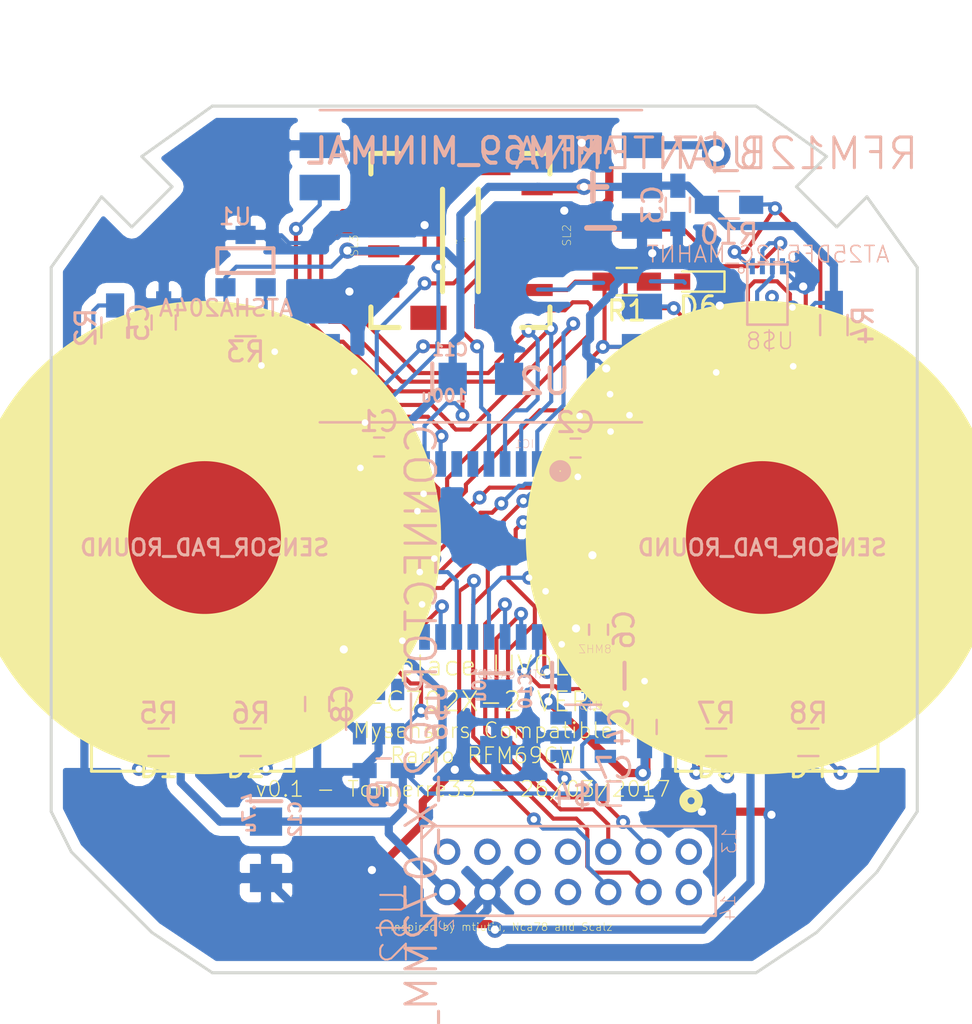
<source format=kicad_pcb>
(kicad_pcb (version 4) (host pcbnew 4.0.6)
  (layers (0 Top signal) (31 Bottom signal) (34 B.Paste user) (35 F.Paste user) (36 B.SilkS user) (37 F.SilkS user) (38 B.Mask user) (39 F.Mask user) (44 Edge.Cuts user))
  (net 0 "")
  (net 1 GND)
  (net 2 VCC)
  (net 3 /DTR)
  (net 4 /RST)
  (net 5 /N$4)
  (net 6 /N$3)
  (net 7 /N$9)
  (net 8 /LED1)
  (net 9 /N$5)
  (net 10 /LED2)
  (net 11 /N$7)
  (net 12 /N$6)
  (net 13 /N$10)
  (net 14 /N$1)
  (net 15 /L1_SET)
  (net 16 /L1_RST)
  (net 17 /N$2)
  (net 18 /N$8)
  (net 19 /L2_RST)
  (net 20 /L2_SET)
  (net 21 /FLASH_CS)
  (net 22 /CSN)
  (net 23 /MOSI)
  (net 24 /MISO)
  (net 25 /SCK)
  (net 26 /TOUCH_1)
  (net 27 /TOUCH_2)
  (net 28 /A2)
  (net 29 /A3_ATSHA)
  (net 30 /D0_RX)
  (net 31 /D1_TX)
  (net 32 /IRQ)
  (net 33 /N$14)
  (module Livolo_EU_2Gang_1way:TQFP32-08 (layer Bottom) (at 148.337 105.549 180)
    (fp_text reference IC1 (at -2.159 5.2832 180) (layer B.SilkS) (effects (font (size 0.4064 0.4064) (thickness 0.0254)) (justify mirror)))
    (fp_text value ATMEGA328P (at -1.3208 -6.1468 180) (layer B.SilkS) (effects (font (size 0.4064 0.4064) (thickness 0.0254)) (justify mirror)))
    (pad 1 smd rect (at -4.2926 2.79908 180) (size 1.27 0.5334) (layers Bottom B.Paste B.Mask) (net 16 /L1_RST))
    (pad 2 smd rect (at -4.2926 1.99898 180) (size 1.27 0.5334) (layers Bottom B.Paste B.Mask) (net 26 /TOUCH_1))
    (pad 3 smd rect (at -4.2926 1.19888 180) (size 1.27 0.5334) (layers Bottom B.Paste B.Mask) (net 1 GND))
    (pad 4 smd rect (at -4.2926 0.39878 180) (size 1.27 0.5334) (layers Bottom B.Paste B.Mask) (net 2 VCC))
    (pad 5 smd rect (at -4.2926 -0.39878 180) (size 1.27 0.5334) (layers Bottom B.Paste B.Mask) (net 1 GND))
    (pad 6 smd rect (at -4.2926 -1.19888 180) (size 1.27 0.5334) (layers Bottom B.Paste B.Mask) (net 2 VCC))
    (pad 7 smd rect (at -4.2926 -1.99898 180) (size 1.27 0.5334) (layers Bottom B.Paste B.Mask) (net 17 /N$2))
    (pad 8 smd rect (at -4.2926 -2.79908 180) (size 1.27 0.5334) (layers Bottom B.Paste B.Mask) (net 18 /N$8))
    (pad 9 smd rect (at -2.79908 -4.2926 180) (size 0.5334 1.27) (layers Bottom B.Paste B.Mask) (net 10 /LED2))
    (pad 10 smd rect (at -1.99898 -4.2926 180) (size 0.5334 1.27) (layers Bottom B.Paste B.Mask) (net 20 /L2_SET))
    (pad 11 smd rect (at -1.19888 -4.2926 180) (size 0.5334 1.27) (layers Bottom B.Paste B.Mask) (net 19 /L2_RST))
    (pad 12 smd rect (at -0.39878 -4.2926 180) (size 0.5334 1.27) (layers Bottom B.Paste B.Mask) (net 21 /FLASH_CS))
    (pad 13 smd rect (at 0.39878 -4.2926 180) (size 0.5334 1.27) (layers Bottom B.Paste B.Mask) (net 15 /L1_SET))
    (pad 14 smd rect (at 1.19888 -4.2926 180) (size 0.5334 1.27) (layers Bottom B.Paste B.Mask) (net 22 /CSN))
    (pad 15 smd rect (at 1.99898 -4.2926 180) (size 0.5334 1.27) (layers Bottom B.Paste B.Mask) (net 23 /MOSI))
    (pad 16 smd rect (at 2.79908 -4.2926 180) (size 0.5334 1.27) (layers Bottom B.Paste B.Mask) (net 24 /MISO))
    (pad 17 smd rect (at 4.29006 -2.79908 180) (size 1.27 0.5334) (layers Bottom B.Paste B.Mask) (net 25 /SCK))
    (pad 18 smd rect (at 4.29006 -1.99898 180) (size 1.27 0.5334) (layers Bottom B.Paste B.Mask) (net 2 VCC))
    (pad 19 smd rect (at 4.29006 -1.19888 180) (size 1.27 0.5334) (layers Bottom B.Paste B.Mask))
    (pad 20 smd rect (at 4.29006 -0.39878 180) (size 1.27 0.5334) (layers Bottom B.Paste B.Mask) (net 5 /N$4))
    (pad 21 smd rect (at 4.29006 0.39878 180) (size 1.27 0.5334) (layers Bottom B.Paste B.Mask) (net 1 GND))
    (pad 22 smd rect (at 4.29006 1.19888 180) (size 1.27 0.5334) (layers Bottom B.Paste B.Mask))
    (pad 23 smd rect (at 4.29006 1.99898 180) (size 1.27 0.5334) (layers Bottom B.Paste B.Mask) (net 27 /TOUCH_2))
    (pad 24 smd rect (at 4.29006 2.79908 180) (size 1.27 0.5334) (layers Bottom B.Paste B.Mask) (net 8 /LED1))
    (pad 25 smd rect (at 2.79908 4.29006 180) (size 0.5334 1.27) (layers Bottom B.Paste B.Mask) (net 28 /A2))
    (pad 26 smd rect (at 1.99898 4.29006 180) (size 0.5334 1.27) (layers Bottom B.Paste B.Mask) (net 29 /A3_ATSHA))
    (pad 27 smd rect (at 1.19888 4.29006 180) (size 0.5334 1.27) (layers Bottom B.Paste B.Mask))
    (pad 28 smd rect (at 0.39878 4.29006 180) (size 0.5334 1.27) (layers Bottom B.Paste B.Mask))
    (pad 29 smd rect (at -0.39878 4.29006 180) (size 0.5334 1.27) (layers Bottom B.Paste B.Mask) (net 4 /RST))
    (pad 30 smd rect (at -1.19888 4.29006 180) (size 0.5334 1.27) (layers Bottom B.Paste B.Mask) (net 30 /D0_RX))
    (pad 31 smd rect (at -1.99898 4.29006 180) (size 0.5334 1.27) (layers Bottom B.Paste B.Mask) (net 31 /D1_TX))
    (pad 32 smd rect (at -2.79908 4.29006 180) (size 0.5334 1.27) (layers Bottom B.Paste B.Mask) (net 32 /IRQ))
  )
  (module Capacitors_SMD:C_0402 (layer Bottom) (at 143.282 100.418 180)
    (fp_text reference C1 (at 0 1.27 180) (layer B.SilkS) (effects (justify mirror)))
    (fp_text value 100n)
    (pad 1 smd rect (at -0.55 0 180) (size 0.6 0.5) (layers Bottom B.Paste B.Mask) (net 3 /DTR))
    (pad 2 smd rect (at 0.55 0 180) (size 0.6 0.5) (layers Bottom B.Paste B.Mask) (net 4 /RST))
  )
  (module Capacitors_SMD:C_0402 (layer Bottom) (at 153.036 100.469 180)
    (fp_text reference C2 (at 0 1.27 180) (layer B.SilkS) (effects (justify mirror)))
    (fp_text value 100n)
    (pad 1 smd rect (at -0.55 0 180) (size 0.6 0.5) (layers Bottom B.Paste B.Mask) (net 1 GND))
    (pad 2 smd rect (at 0.55 0 180) (size 0.6 0.5) (layers Bottom B.Paste B.Mask) (net 5 /N$4))
  )
  (module Capacitors_SMD:C_0603_HandSoldering (layer Bottom) (at 158.116 88.4036 270)
    (fp_text reference C3 (at 0 1.25 270) (layer B.SilkS) (effects (justify mirror)))
    (fp_text value 10u)
    (pad 1 smd rect (at -0.95 0 270) (size 1.2 0.75) (layers Bottom B.Paste B.Mask) (net 2 VCC))
    (pad 2 smd rect (at 0.95 0 270) (size 1.2 0.75) (layers Bottom B.Paste B.Mask) (net 1 GND))
  )
  (module Capacitors_SMD:C_0603_HandSoldering (layer Bottom) (at 156.464 114.308 270)
    (fp_text reference C4 (at 0 1.25 270) (layer B.SilkS) (effects (justify mirror)))
    (fp_text value 0-50pF)
    (pad 1 smd rect (at -0.95 0 270) (size 1.2 0.75) (layers Bottom B.Paste B.Mask) (net 1 GND))
    (pad 2 smd rect (at 0.95 0 270) (size 1.2 0.75) (layers Bottom B.Paste B.Mask) (net 6 /N$3))
  )
  (module Capacitors_SMD:C_0603_HandSoldering (layer Bottom) (at 132.588 94.242 270)
    (fp_text reference C5 (at 0 1.25 270) (layer B.SilkS) (effects (justify mirror)))
    (fp_text value 100n)
    (pad 1 smd rect (at -0.95 0 270) (size 1.2 0.75) (layers Bottom B.Paste B.Mask) (net 1 GND))
    (pad 2 smd rect (at 0.95 0 270) (size 1.2 0.75) (layers Bottom B.Paste B.Mask) (net 2 VCC))
  )
  (module Capacitors_SMD:C_0402 (layer Bottom) (at 154.178 109.482 90)
    (fp_text reference C6 (at 0 1.27 90) (layer B.SilkS) (effects (justify mirror)))
    (fp_text value 100n)
    (pad 1 smd rect (at -0.55 0 90) (size 0.6 0.5) (layers Bottom B.Paste B.Mask) (net 1 GND))
    (pad 2 smd rect (at 0.55 0 90) (size 0.6 0.5) (layers Bottom B.Paste B.Mask) (net 2 VCC))
  )
  (module Capacitors_SMD:C_0603_HandSoldering (layer Bottom) (at 154.94 117.61 180)
    (fp_text reference C7 (at 0 1.25 180) (layer B.SilkS) (effects (justify mirror)))
    (fp_text value 100n)
    (pad 1 smd rect (at -0.95 0 180) (size 1.2 0.75) (layers Bottom B.Paste B.Mask) (net 1 GND))
    (pad 2 smd rect (at 0.95 0 180) (size 1.2 0.75) (layers Bottom B.Paste B.Mask) (net 2 VCC))
  )
  (module Capacitors_SMD:C_0603_HandSoldering (layer Bottom) (at 140.209 113.169 90)
    (fp_text reference C8 (at 0 1.25 90) (layer B.SilkS) (effects (justify mirror)))
    (fp_text value 0-50pF)
    (pad 1 smd rect (at -0.95 0 90) (size 1.2 0.75) (layers Bottom B.Paste B.Mask) (net 1 GND))
    (pad 2 smd rect (at 0.95 0 90) (size 1.2 0.75) (layers Bottom B.Paste B.Mask) (net 7 /N$9))
  )
  (module Capacitors_SMD:C_0603_HandSoldering (layer Bottom) (at 143.511 116.471)
    (fp_text reference C9 (at 0 1.25) (layer B.SilkS) (effects (justify mirror)))
    (fp_text value 100n)
    (pad 1 smd rect (at -0.95 0) (size 1.2 0.75) (layers Bottom B.Paste B.Mask) (net 1 GND))
    (pad 2 smd rect (at 0.95 0) (size 1.2 0.75) (layers Bottom B.Paste B.Mask) (net 2 VCC))
  )
  (module Livolo_EU_2Gang_1way:EIA3216 (layer Bottom) (at 149.098 114.054 90)
    (fp_text reference C10 (at 1.524 1.4478 90) (layer B.SilkS) (effects (font (size 0.6096 0.6096) (thickness 0.127)) (justify mirror)))
    (fp_text value 10u (at 1.8288 -0.8382 90) (layer B.SilkS) (effects (font (size 0.6096 0.6096) (thickness 0.127)) (justify mirror)))
    (pad + smd rect (at 1.39954 0) (size 1.59766 1.39954) (layers Bottom B.Paste B.Mask) (net 2 VCC))
    (pad - smd rect (at -1.39954 0) (size 1.59766 1.39954) (layers Bottom B.Paste B.Mask) (net 1 GND))
  )
  (module Livolo_EU_2Gang_1way:EIA3216 (layer Bottom) (at 148.336 97.036 180)
    (fp_text reference C11 (at 1.524 1.4478 180) (layer B.SilkS) (effects (font (size 0.6096 0.6096) (thickness 0.127)) (justify mirror)))
    (fp_text value 100u (at 1.8288 -0.8382 180) (layer B.SilkS) (effects (font (size 0.6096 0.6096) (thickness 0.127)) (justify mirror)))
    (pad + smd rect (at 1.39954 0 90) (size 1.59766 1.39954) (layers Bottom B.Paste B.Mask) (net 2 VCC))
    (pad - smd rect (at -1.39954 0 90) (size 1.59766 1.39954) (layers Bottom B.Paste B.Mask) (net 1 GND))
  )
  (module Livolo_EU_2Gang_1way:EIA3216 (layer Bottom) (at 137.668 120.404 90)
    (fp_text reference C12 (at 1.524 1.4478 90) (layer B.SilkS) (effects (font (size 0.6096 0.6096) (thickness 0.127)) (justify mirror)))
    (fp_text value 4.7u (at 1.8288 -0.8382 90) (layer B.SilkS) (effects (font (size 0.6096 0.6096) (thickness 0.127)) (justify mirror)))
    (pad + smd rect (at 1.39954 0) (size 1.59766 1.39954) (layers Bottom B.Paste B.Mask) (net 2 VCC))
    (pad - smd rect (at -1.39954 0) (size 1.59766 1.39954) (layers Bottom B.Paste B.Mask) (net 1 GND))
  )
  (module Resistors_SMD:R_0603_HandSoldering (layer Top) (at 155.576 92.2136 180)
    (fp_text reference R1 (at 0 -1.45 180) (layer F.SilkS))
    (fp_text value 1k5)
    (pad 1 smd rect (at -1.1 0 180) (size 1.2 0.9) (layers Top F.Paste F.Mask) (net 14 /N$1))
    (pad 2 smd rect (at 1.1 0 180) (size 1.2 0.9) (layers Top F.Paste F.Mask) (net 25 /SCK))
  )
  (module Resistors_SMD:R_0603_HandSoldering (layer Bottom) (at 130.175 94.496 270)
    (fp_text reference R2 (at 0 1.45 270) (layer B.SilkS) (effects (justify mirror)))
    (fp_text value 10k)
    (pad 1 smd rect (at -1.1 0 270) (size 1.2 0.9) (layers Bottom B.Paste B.Mask) (net 4 /RST))
    (pad 2 smd rect (at 1.1 0 270) (size 1.2 0.9) (layers Bottom B.Paste B.Mask) (net 2 VCC))
  )
  (module Resistors_SMD:R_0603_HandSoldering (layer Bottom) (at 136.652 94.242)
    (fp_text reference R3 (at 0 1.45) (layer B.SilkS) (effects (justify mirror)))
    (fp_text value 10k)
    (pad 1 smd rect (at -1.1 0) (size 1.2 0.9) (layers Bottom B.Paste B.Mask) (net 2 VCC))
    (pad 2 smd rect (at 1.1 0) (size 1.2 0.9) (layers Bottom B.Paste B.Mask) (net 29 /A3_ATSHA))
  )
  (module Resistors_SMD:R_0603_HandSoldering (layer Bottom) (at 165.862 94.369 90)
    (fp_text reference R4 (at 0 1.45 90) (layer B.SilkS) (effects (justify mirror)))
    (fp_text value 56k)
    (pad 1 smd rect (at -1.1 0 90) (size 1.2 0.9) (layers Bottom B.Paste B.Mask) (net 22 /CSN))
    (pad 2 smd rect (at 1.1 0 90) (size 1.2 0.9) (layers Bottom B.Paste B.Mask) (net 2 VCC))
  )
  (module Resistors_SMD:R_0603_HandSoldering (layer Bottom) (at 132.334 115.07 180)
    (fp_text reference R5 (at 0 1.45 180) (layer B.SilkS) (effects (justify mirror)))
    (fp_text value ~)
    (pad 1 smd rect (at -1.1 0 180) (size 1.2 0.9) (layers Bottom B.Paste B.Mask) (net 2 VCC))
    (pad 2 smd rect (at 1.1 0 180) (size 1.2 0.9) (layers Bottom B.Paste B.Mask) (net 9 /N$5))
  )
  (module Resistors_SMD:R_0603_HandSoldering (layer Bottom) (at 136.906 115.07 180)
    (fp_text reference R6 (at 0 1.45 180) (layer B.SilkS) (effects (justify mirror)))
    (fp_text value ~)
    (pad 1 smd rect (at -1.1 0 180) (size 1.2 0.9) (layers Bottom B.Paste B.Mask) (net 12 /N$6))
    (pad 2 smd rect (at 1.1 0 180) (size 1.2 0.9) (layers Bottom B.Paste B.Mask) (net 1 GND))
  )
  (module Resistors_SMD:R_0603_HandSoldering (layer Bottom) (at 160.02 115.07 180)
    (fp_text reference R7 (at 0 1.45 180) (layer B.SilkS) (effects (justify mirror)))
    (fp_text value ~)
    (pad 1 smd rect (at -1.1 0 180) (size 1.2 0.9) (layers Bottom B.Paste B.Mask) (net 2 VCC))
    (pad 2 smd rect (at 1.1 0 180) (size 1.2 0.9) (layers Bottom B.Paste B.Mask) (net 11 /N$7))
  )
  (module Resistors_SMD:R_0603_HandSoldering (layer Bottom) (at 164.592 115.07 180)
    (fp_text reference R8 (at 0 1.45 180) (layer B.SilkS) (effects (justify mirror)))
    (fp_text value ~)
    (pad 1 smd rect (at -1.1 0 180) (size 1.2 0.9) (layers Bottom B.Paste B.Mask) (net 13 /N$10))
    (pad 2 smd rect (at 1.1 0 180) (size 1.2 0.9) (layers Bottom B.Paste B.Mask) (net 1 GND))
  )
  (module Resistors_SMD:R_0603_HandSoldering (layer Bottom) (at 160.656 88.4036)
    (fp_text reference R10 (at 0 1.45) (layer B.SilkS) (effects (justify mirror)))
    (fp_text value 56k)
    (pad 1 smd rect (at -1.1 0) (size 1.2 0.9) (layers Bottom B.Paste B.Mask) (net 2 VCC))
    (pad 2 smd rect (at 1.1 0) (size 1.2 0.9) (layers Bottom B.Paste B.Mask) (net 21 /FLASH_CS))
  )
  (module Livolo_EU_2Gang_1way:1X06-1MM (layer Top) (at 149.86 90.17 270)
    (fp_text reference SL2 (at -0.254 -2.7432 270) (layer F.SilkS) (effects (font (size 0.4064 0.4064) (thickness 0.0254))))
    (fp_text value ~ (at -0.0508 2.3368 270) (layer F.SilkS) (effects (font (size 0.4064 0.4064) (thickness 0.0254))))
    (pad 1 smd rect (at -2.54 -1.26746 270) (size 0.59944 1.5494) (layers Top F.Paste F.Mask) (net 2 VCC))
    (pad 2 smd rect (at -1.53924 -1.26746 270) (size 0.59944 1.5494) (layers Top F.Paste F.Mask) (net 1 GND))
    (pad 3 smd rect (at -0.53848 -1.26746 270) (size 0.59944 1.5494) (layers Top F.Paste F.Mask) (net 24 /MISO))
    (pad 4 smd rect (at 0.45974 -1.26746 270) (size 0.59944 1.5494) (layers Top F.Paste F.Mask) (net 4 /RST))
    (pad 5 smd rect (at 1.45796 -1.26746 270) (size 0.59944 1.5494) (layers Top F.Paste F.Mask) (net 23 /MOSI))
    (pad 6 smd rect (at 2.45872 -1.26746 270) (size 0.59944 1.5494) (layers Top F.Paste F.Mask) (net 25 /SCK))
    (pad P$1 smd rect (at -3.83794 0.95504 270) (size 1.19888 1.79832) (layers Top F.Paste F.Mask))
    (pad P$2 smd rect (at 3.7592 0.95504 270) (size 1.19888 1.79832) (layers Top F.Paste F.Mask))
  )
  (module Livolo_EU_2Gang_1way:1X06-1MM (layer Top) (at 144.78 90.17 90)
    (fp_text reference SL3 (at -0.254 -2.7432 90) (layer F.SilkS) (effects (font (size 0.4064 0.4064) (thickness 0.0254))))
    (fp_text value ~ (at -0.0508 2.3368 90) (layer F.SilkS) (effects (font (size 0.4064 0.4064) (thickness 0.0254))))
    (pad 1 smd rect (at -2.54 -1.26746 90) (size 0.59944 1.5494) (layers Top F.Paste F.Mask) (net 1 GND))
    (pad 2 smd rect (at -1.53924 -1.26746 90) (size 0.59944 1.5494) (layers Top F.Paste F.Mask) (net 1 GND))
    (pad 3 smd rect (at -0.53848 -1.26746 90) (size 0.59944 1.5494) (layers Top F.Paste F.Mask) (net 2 VCC))
    (pad 4 smd rect (at 0.45974 -1.26746 90) (size 0.59944 1.5494) (layers Top F.Paste F.Mask) (net 30 /D0_RX))
    (pad 5 smd rect (at 1.45796 -1.26746 90) (size 0.59944 1.5494) (layers Top F.Paste F.Mask) (net 31 /D1_TX))
    (pad 6 smd rect (at 2.45872 -1.26746 90) (size 0.59944 1.5494) (layers Top F.Paste F.Mask) (net 3 /DTR))
    (pad P$1 smd rect (at -3.83794 0.95504 90) (size 1.19888 1.79832) (layers Top F.Paste F.Mask))
    (pad P$2 smd rect (at 3.7592 0.95504 90) (size 1.19888 1.79832) (layers Top F.Paste F.Mask))
  )
  (module Livolo_EU_2Gang_1way:CONNECTOR_02_X_07_2MM (layer Bottom) (at 145.391 119.23 270)
    (fp_text reference U$2 (at 4.98348 1.36398 270) (layer B.SilkS) (effects (font (size 1.27 1.27) (thickness 0.1016)) (justify mirror)))
    (fp_text value CONNECTOR_02_X_072MM_SPACING (at 0 0 270) (layer B.SilkS) (effects (justify mirror)))
    (fp_text user 2 (at 4.89966 -1.25476 270) (layer B.SilkS) (effects (font (size 0.6985 0.6985) (thickness 0.0508)) (justify mirror)))
    (fp_text user 14 (at 4.0386 -15.22476 270) (layer B.SilkS) (effects (font (size 0.6985 0.6985) (thickness 0.0508)) (justify mirror)))
    (fp_text user 13 (at 0.73914 -15.28826 270) (layer B.SilkS) (effects (font (size 0.6985 0.6985) (thickness 0.0508)) (justify mirror)))
    (pad 1 thru_hole circle (at 1.27 -1.27 270) (size 1.30556 1.30556) (drill 0.79756) (layers *.Cu *.Paste *.Mask))
    (pad 2 thru_hole circle (at 3.26898 -1.27 270) (size 1.30556 1.30556) (drill 0.79756) (layers *.Cu *.Paste *.Mask) (net 2 VCC))
    (pad 3 thru_hole circle (at 1.27 -3.26898 270) (size 1.30556 1.30556) (drill 0.79756) (layers *.Cu *.Paste *.Mask))
    (pad 4 thru_hole circle (at 3.26898 -3.26898 270) (size 1.30556 1.30556) (drill 0.79756) (layers *.Cu *.Paste *.Mask) (net 1 GND))
    (pad 5 thru_hole circle (at 1.27 -5.26796 270) (size 1.30556 1.30556) (drill 0.79756) (layers *.Cu *.Paste *.Mask))
    (pad 6 thru_hole circle (at 3.26898 -5.26796 270) (size 1.30556 1.30556) (drill 0.79756) (layers *.Cu *.Paste *.Mask))
    (pad 7 thru_hole circle (at 1.27 -7.26948 270) (size 1.30556 1.30556) (drill 0.79756) (layers *.Cu *.Paste *.Mask))
    (pad 8 thru_hole circle (at 3.26898 -7.26948 270) (size 1.30556 1.30556) (drill 0.79756) (layers *.Cu *.Paste *.Mask))
    (pad 9 thru_hole circle (at 1.27 -9.26846 270) (size 1.30556 1.30556) (drill 0.79756) (layers *.Cu *.Paste *.Mask) (net 19 /L2_RST))
    (pad 10 thru_hole circle (at 3.26898 -9.26846 270) (size 1.30556 1.30556) (drill 0.79756) (layers *.Cu *.Paste *.Mask) (net 15 /L1_SET))
    (pad 11 thru_hole circle (at 1.27 -11.26998 270) (size 1.30556 1.30556) (drill 0.79756) (layers *.Cu *.Paste *.Mask) (net 20 /L2_SET))
    (pad 12 thru_hole circle (at 3.26898 -11.26998 270) (size 1.30556 1.30556) (drill 0.79756) (layers *.Cu *.Paste *.Mask) (net 16 /L1_RST))
    (pad 13 thru_hole circle (at 1.27 -13.26896 270) (size 1.30556 1.30556) (drill 0.79756) (layers *.Cu *.Paste *.Mask))
    (pad 14 thru_hole circle (at 3.26898 -13.26896 270) (size 1.30556 1.30556) (drill 0.79756) (layers *.Cu *.Paste *.Mask))
  )
  (module Livolo_EU_2Gang_1way:RESONATOR-SMD (layer Bottom) (at 153.67 111.768)
    (fp_text reference U$3 (at 0.127 1.4732) (layer B.SilkS) (effects (font (size 0.4064 0.4064) (thickness 0.0254)) (justify mirror)))
    (fp_text value 8MHZ (at 0.3302 -1.3208) (layer B.SilkS) (effects (font (size 0.4064 0.4064) (thickness 0.0254)) (justify mirror)))
    (pad 1 smd rect (at -1.19888 0) (size 0.6985 1.69926) (layers Bottom B.Paste B.Mask) (net 17 /N$2))
    (pad 2 smd rect (at 0 0) (size 0.6985 1.69926) (layers Bottom B.Paste B.Mask) (net 1 GND))
    (pad 3 smd rect (at 1.19888 0) (size 0.6985 1.69926) (layers Bottom B.Paste B.Mask) (net 18 /N$8))
  )
  (module TO_SOT_Packages_SMD:SOT-23-6 (layer Bottom) (at 153.416 114.816)
    (fp_text reference U$4 (at 0 2.9) (layer B.SilkS) (effects (justify mirror)))
    (fp_text value TTP223-BA6)
    (pad 1 smd rect (at -1.1 0.95) (size 1.06 0.65) (layers Bottom B.Paste B.Mask) (net 26 /TOUCH_1))
    (pad 2 smd rect (at -1.1 0) (size 1.06 0.65) (layers Bottom B.Paste B.Mask) (net 1 GND))
    (pad 3 smd rect (at -1.1 -0.95) (size 1.06 0.65) (layers Bottom B.Paste B.Mask) (net 6 /N$3))
    (pad 4 smd rect (at 1.1 -0.95) (size 1.06 0.65) (layers Bottom B.Paste B.Mask))
    (pad 6 smd rect (at 1.1 0.95) (size 1.06 0.65) (layers Bottom B.Paste B.Mask))
    (pad 5 smd rect (at 1.1 0) (size 1.06 0.65) (layers Bottom B.Paste B.Mask) (net 2 VCC))
  )
  (module TO_SOT_Packages_SMD:SOT-23-6 (layer Bottom) (at 143.256 113.546 90)
    (fp_text reference U$6 (at 0 2.9 90) (layer B.SilkS) (effects (justify mirror)))
    (fp_text value TTP223-BA6)
    (pad 1 smd rect (at -1.1 0.95 90) (size 1.06 0.65) (layers Bottom B.Paste B.Mask) (net 27 /TOUCH_2))
    (pad 2 smd rect (at -1.1 0 90) (size 1.06 0.65) (layers Bottom B.Paste B.Mask) (net 1 GND))
    (pad 3 smd rect (at -1.1 -0.95 90) (size 1.06 0.65) (layers Bottom B.Paste B.Mask) (net 7 /N$9))
    (pad 4 smd rect (at 1.1 -0.95 90) (size 1.06 0.65) (layers Bottom B.Paste B.Mask))
    (pad 6 smd rect (at 1.1 0.95 90) (size 1.06 0.65) (layers Bottom B.Paste B.Mask))
    (pad 5 smd rect (at 1.1 0 90) (size 1.06 0.65) (layers Bottom B.Paste B.Mask) (net 2 VCC))
  )
  (module Livolo_EU_2Gang_1way:RFM12B-ANTENNA (layer Bottom) (at 160.021 85.8636 180)
    (fp_text reference U$7 (at 0 0 180) (layer B.SilkS) (effects (justify mirror)))
    (fp_text value RFM12B_ANTENNA (at 0 0 180) (layer B.SilkS) (effects (justify mirror)))
    (pad P$1 thru_hole circle (at 0 0 180) (size 1.4224 1.4224) (drill 0.79756) (layers *.Cu *.Paste *.Mask) (net 33 /N$14))
  )
  (module Livolo_EU_2Gang_1way:AT25DF512C_MAHNT (layer Bottom) (at 162.561 92.8486)
    (fp_text reference U$8 (at 0.127 2.3114) (layer B.SilkS) (effects (font (size 0.8128 0.8128) (thickness 0.0762)) (justify mirror)))
    (fp_text value AT25DF512C_MAHNT (at 0.0381 -1.99136) (layer B.SilkS) (effects (font (size 0.8128 0.8128) (thickness 0.0762)) (justify mirror)))
    (pad CS smd rect (at -0.7493 -1.39954) (size 0.24892 0.79756) (layers Bottom B.Paste B.Mask) (net 21 /FLASH_CS))
    (pad GND smd rect (at 0.7493 -1.39954) (size 0.24892 0.79756) (layers Bottom B.Paste B.Mask) (net 1 GND))
    (pad HOLD smd rect (at -0.24892 1.39954) (size 0.24892 0.79756) (layers Bottom B.Paste B.Mask) (net 2 VCC))
    (pad MISO smd rect (at -0.24892 -1.39954) (size 0.24892 0.79756) (layers Bottom B.Paste B.Mask) (net 24 /MISO))
    (pad MOSI smd rect (at 0.7493 1.39954) (size 0.24892 0.79756) (layers Bottom B.Paste B.Mask) (net 23 /MOSI))
    (pad SCK smd rect (at 0.24892 1.39954) (size 0.24892 0.79756) (layers Bottom B.Paste B.Mask) (net 25 /SCK))
    (pad VCC smd rect (at -0.7493 1.39954) (size 0.24892 0.79756) (layers Bottom B.Paste B.Mask) (net 2 VCC))
    (pad WP smd rect (at 0.24892 -1.39954) (size 0.24892 0.79756) (layers Bottom B.Paste B.Mask) (net 2 VCC))
  )
  (module Livolo_EU_2Gang_1way:SOT23-3 (layer Bottom) (at 136.652 91.194 180)
    (fp_text reference U1 (at 0.51816 2.20726 180) (layer B.SilkS) (effects (font (size 0.8128 0.8128) (thickness 0.127)) (justify mirror)))
    (fp_text value ATSHA204A (at 0.97282 -2.33172 180) (layer B.SilkS) (effects (font (size 0.8128 0.8128) (thickness 0.127)) (justify mirror)))
    (pad 1 smd rect (at -0.99822 -1.29794 180) (size 0.99822 0.89916) (layers Bottom B.Paste B.Mask) (net 29 /A3_ATSHA))
    (pad 2 smd rect (at 0.99822 -1.29794 180) (size 0.99822 0.89916) (layers Bottom B.Paste B.Mask) (net 2 VCC))
    (pad 3 smd rect (at 0 1.29794 180) (size 0.99822 0.89916) (layers Bottom B.Paste B.Mask) (net 1 GND))
  )
  (module Livolo_EU_2Gang_1way:RFM69CW_MINIMAL (layer Bottom) (at 148.336 91.448)
    (fp_text reference U2 (at 3.175 5.715) (layer B.SilkS) (effects (font (size 1.27 1.27) (thickness 0.2032)) (justify mirror)))
    (fp_text value RFM69_MINIMAL (at -1.27 -5.715) (layer B.SilkS) (effects (font (size 1.27 1.27) (thickness 0.2032)) (justify mirror)))
    (fp_text user ANT (at 5.7404 -5.969) (layer B.SilkS) (effects (font (size 0.762 0.762) (thickness 0.1524)) (justify mirror)))
    (fp_text user + (at 5.5626 -4.064) (layer B.SilkS) (effects (font (size 1.778 1.778) (thickness 0.2794)) (justify mirror)))
    (fp_text user - (at 5.9436 -2.032) (layer B.SilkS) (effects (font (size 1.778 1.778) (thickness 0.2794)) (justify mirror)))
    (pad ANT smd rect (at 7.99846 -5.99948) (size 1.99898 1.27) (layers Bottom B.Paste B.Mask) (net 33 /N$14))
    (pad DIO0 smd rect (at -7.99846 3.99796) (size 1.99898 1.27) (layers Bottom B.Paste B.Mask) (net 32 /IRQ))
    (pad GND smd rect (at 7.99846 -1.99898) (size 1.99898 1.27) (layers Bottom B.Paste B.Mask) (net 1 GND))
    (pad GND2 smd rect (at -8.001 -5.99948) (size 1.99898 1.27) (layers Bottom B.Paste B.Mask) (net 1 GND))
    (pad MISO smd rect (at -7.99846 5.99948) (size 1.99898 1.27) (layers Bottom B.Paste B.Mask) (net 24 /MISO))
    (pad MOSI smd rect (at 7.99846 1.99898) (size 1.99898 1.27) (layers Bottom B.Paste B.Mask) (net 23 /MOSI))
    (pad NSS smd rect (at 7.99846 5.99948) (size 1.99898 1.27) (layers Bottom B.Paste B.Mask) (net 22 /CSN))
    (pad RESE smd rect (at -8.001 -3.90398) (size 1.99898 1.27) (layers Bottom B.Paste B.Mask) (net 28 /A2))
    (pad SCK smd rect (at 7.99846 3.99796) (size 1.99898 1.27) (layers Bottom B.Paste B.Mask) (net 25 /SCK))
    (pad VDD smd rect (at 7.99846 -3.99796) (size 1.99898 1.27) (layers Bottom B.Paste B.Mask) (net 2 VCC))
  )
  (module LEDs:LED_0603 (layer Top) (at 132.334 115.07 180)
    (fp_text reference D1 (at 0 -1.25 180) (layer F.SilkS))
    (fp_text value LED)
    (pad 2 smd rect (at 0.8 0) (size 0.8 0.8) (layers Top F.Paste F.Mask) (net 9 /N$5))
    (pad 1 smd rect (at -0.8 0) (size 0.8 0.8) (layers Top F.Paste F.Mask) (net 8 /LED1))
  )
  (module LEDs:LED_0603 (layer Top) (at 136.652 115.07 180)
    (fp_text reference D2 (at 0 -1.25 180) (layer F.SilkS))
    (fp_text value LED)
    (pad 2 smd rect (at 0.8 0) (size 0.8 0.8) (layers Top F.Paste F.Mask) (net 8 /LED1))
    (pad 1 smd rect (at -0.8 0) (size 0.8 0.8) (layers Top F.Paste F.Mask) (net 12 /N$6))
  )
  (module LEDs:LED_0603 (layer Top) (at 160.02 115.07 180)
    (fp_text reference D3 (at 0 -1.25 180) (layer F.SilkS))
    (fp_text value LED)
    (pad 2 smd rect (at 0.8 0) (size 0.8 0.8) (layers Top F.Paste F.Mask) (net 11 /N$7))
    (pad 1 smd rect (at -0.8 0) (size 0.8 0.8) (layers Top F.Paste F.Mask) (net 10 /LED2))
  )
  (module LEDs:LED_0603 (layer Top) (at 164.592 115.07 180)
    (fp_text reference D4 (at 0 -1.25 180) (layer F.SilkS))
    (fp_text value LED)
    (pad 2 smd rect (at 0.8 0) (size 0.8 0.8) (layers Top F.Paste F.Mask) (net 10 /LED2))
    (pad 1 smd rect (at -0.8 0) (size 0.8 0.8) (layers Top F.Paste F.Mask) (net 13 /N$10))
  )
  (module LEDs:LED_0603 (layer Top) (at 159.131 92.21 180)
    (fp_text reference D6 (at 0 -1.25 180) (layer F.SilkS))
    (fp_text value LED)
    (pad 2 smd rect (at 0.8 0) (size 0.8 0.8) (layers Top F.Paste F.Mask) (net 14 /N$1))
    (pad 1 smd rect (at -0.8 0) (size 0.8 0.8) (layers Top F.Paste F.Mask) (net 1 GND))
  )
  (module Livolo:touch_pad_16mm (layer Bottom) (at 134.62 104.91)
    (fp_text reference U$5 hide)
    (fp_text value SENSOR_PAD_ROUND (at 0 0.5) (layer B.SilkS) (effects (font (size 0.8 0.8)) (justify mirror)))
    (pad SENS smd circle (at 0 0) (size 15.5 15.5) (layers Top) (net 7 /N$9))
  )
  (module Livolo:touch_pad_16mm (layer Bottom) (at 162.306 104.91)
    (fp_text reference U$1 hide)
    (fp_text value SENSOR_PAD_ROUND (at 0 0.5) (layer B.SilkS) (effects (font (size 0.8 0.8)) (justify mirror)))
    (pad SENS smd circle (at 0 0) (size 15.5 15.5) (layers Top) (net 6 /N$3))
  )
  (gr_line (start 127.0011 118.5036) (end 127.0011 91.5036) (layer Edge.Cuts) (width 0.15))
  (gr_line (start 170.0011 118.5036) (end 170.0011 91.5036) (layer Edge.Cuts) (width 0.15))
  (gr_line (start 135.0011 83.5036) (end 162.0011 83.5036) (layer Edge.Cuts) (width 0.15))
  (gr_line (start 135.0011 126.5036) (end 162.0011 126.5036) (layer Edge.Cuts) (width 0.15))
  (gr_line (start 127.0011 118.5036) (end 128.0011 120.5036) (layer Edge.Cuts) (width 0.15))
  (gr_line (start 128.0011 120.5036) (end 132.0011 124.5036) (layer Edge.Cuts) (width 0.15))
  (gr_line (start 132.0011 124.5036) (end 135.0011 126.5036) (layer Edge.Cuts) (width 0.15))
  (gr_line (start 162.0011 126.5036) (end 165.0011 124.5036) (layer Edge.Cuts) (width 0.15))
  (gr_line (start 165.0011 124.5036) (end 168.0011 121.5036) (layer Edge.Cuts) (width 0.15))
  (gr_line (start 168.0011 121.5036) (end 170.0011 118.5036) (layer Edge.Cuts) (width 0.15))
  (gr_line (start 127.0011 91.5036) (end 129.5011 88.0036) (layer Edge.Cuts) (width 0.15))
  (gr_line (start 129.5011 88.0036) (end 131.0011 89.5036) (layer Edge.Cuts) (width 0.15))
  (gr_line (start 131.0011 89.5036) (end 133.0011 87.5036) (layer Edge.Cuts) (width 0.15))
  (gr_line (start 133.0011 87.5036) (end 131.5011 86.0036) (layer Edge.Cuts) (width 0.15))
  (gr_line (start 131.5011 86.0036) (end 135.0011 83.5036) (layer Edge.Cuts) (width 0.15))
  (gr_line (start 162.0011 83.5036) (end 165.5011 86.0036) (layer Edge.Cuts) (width 0.15))
  (gr_line (start 165.5011 86.0036) (end 164.0011 87.5036) (layer Edge.Cuts) (width 0.15))
  (gr_line (start 164.0011 87.5036) (end 166.0011 89.5036) (layer Edge.Cuts) (width 0.15))
  (gr_line (start 166.0011 89.5036) (end 167.5011 88.0036) (layer Edge.Cuts) (width 0.15))
  (gr_line (start 167.5011 88.0036) (end 170.0011 91.5036) (layer Edge.Cuts) (width 0.15))
  (gr_line (start 158.0011 110.4036) (end 158.0011 116.5036) (layer F.SilkS) (width 0.15))
  (gr_line (start 158.0011 116.5036) (end 168.0511 116.5036) (layer F.SilkS) (width 0.15))
  (gr_line (start 168.0511 116.5036) (end 168.0511 110.3536) (layer F.SilkS) (width 0.15))
  (gr_circle (center 162.9511 104.5536) (end 170.599628 104.5536) (layer F.SilkS) (width 0.4064))
  (gr_circle (center 158.7731 117.9691) (end 159.150994 117.9691) (layer F.SilkS) (width 0.4064))
  (gr_text "Replace LIVOLO " (at 148.4481 111.8356) (layer F.SilkS) (effects (font (size 0.9652 0.9652) (thickness 0.08128)) (justify bottom)))
  (gr_text "VL-C702X-2 VER:C1" (at 148.4481 113.6136) (layer F.SilkS) (effects (font (size 0.9652 0.9652) (thickness 0.08128)) (justify bottom)))
  (gr_text "v0.1 - Tonnerre33 - 26/03/2017" (at 147.4481 117.8366) (layer F.SilkS) (effects (font (size 0.77216 0.77216) (thickness 0.065024)) (justify bottom)))
  (gr_text "Mysensors Compatible\nRadio RFM69CW" (at 148.4481 116.1696) (layer F.SilkS) (effects (font (size 0.77216 0.77216) (thickness 0.065024)) (justify bottom)))
  (gr_circle (center 133.9969 104.5766) (end 141.645428 104.5766) (layer F.SilkS) (width 0.4064))
  (gr_text "Inspired by mtiutiu, Nca78 and Scalz" (at 149.3531 124.4556) (layer F.SilkS) (effects (font (size 0.38608 0.38608) (thickness 0.032512)) (justify bottom)))
  (gr_line (start 129.0011 110.4036) (end 129.0011 116.5036) (layer F.SilkS) (width 0.15))
  (gr_line (start 129.0011 116.5036) (end 139.0511 116.5036) (layer F.SilkS) (width 0.15))
  (gr_line (start 139.0511 116.5036) (end 139.0511 110.3536) (layer F.SilkS) (width 0.15))
  (segment (start 156.7688 92.1973) (end 158.3817 92.1973) (width 0.2032) (layer Bottom) (net 0))
  (segment (start 158.3817 92.1973) (end 158.4579 92.2735) (width 0.2032) (layer Bottom) (net 0))
  (segment (start 154.4066 92.2735) (end 153.0223 92.2735) (width 0.2032) (layer Bottom) (net 0))
  (segment (start 153.0223 92.2735) (end 152.6921 92.6037) (width 0.2032) (layer Bottom) (net 0))
  (segment (start 152.6921 92.6037) (end 151.1681 92.6037) (width 0.2032) (layer Bottom) (net 0))
  (segment (start 145.7579 118.4609) (end 145.7579 118.7911) (width 0.4064) (layer Bottom) (net 0))
  (segment (start 145.7579 118.7911) (end 145.4531 119.0959) (width 0.4064) (layer Bottom) (net 0))
  (segment (start 153.0604 109.4185) (end 153.0604 106.9547) (width 0.4064) (layer Top) (net 1))
  (segment (start 153.1786 110.032) (end 153.0604 109.4185) (width 0.4064) (layer Bottom) (net 1))
  (via (at 153.0604 109.4185) (size 0.8) (drill 0.4064) (layers Top Bottom) (net 1))
  (segment (start 154.178 110.032) (end 153.1786 110.032) (width 0.4064) (layer Bottom) (net 1))
  (segment (start 153.8732 106.1419) (end 153.8732 105.7863) (width 0.4064) (layer Top) (net 1))
  (segment (start 153.0604 106.9547) (end 153.8732 106.1419) (width 0.4064) (layer Top) (net 1))
  (segment (start 145.4531 119.0959) (end 145.4531 118.0164) (width 0.4064) (layer Top) (net 1))
  (segment (start 145.4531 119.0959) (end 143.4973 121.0517) (width 0.4064) (layer Top) (net 1))
  (segment (start 143.4973 121.0517) (end 143.2814 121.0517) (width 0.4064) (layer Top) (net 1))
  (segment (start 143.2814 121.0517) (end 142.9258 121.4073) (width 0.4064) (layer Top) (net 1))
  (via (at 142.9258 121.4073) (size 0.8) (drill 0.4064) (layers Top Bottom) (net 1))
  (segment (start 142.9258 121.4073) (end 142.52956 121.80354) (width 0.4064) (layer Bottom) (net 1))
  (segment (start 137.668 121.80354) (end 142.52956 121.80354) (width 0.4064) (layer Bottom) (net 1))
  (segment (start 148.01596 115.45354) (end 149.098 115.45354) (width 0.4064) (layer Bottom) (net 1))
  (segment (start 147.0406 116.4289) (end 148.01596 115.45354) (width 0.4064) (layer Bottom) (net 1))
  (via (at 147.0406 116.4289) (size 0.8) (drill 0.4064) (layers Top Bottom) (net 1))
  (segment (start 145.4531 118.0164) (end 147.0406 116.4289) (width 0.4064) (layer Top) (net 1))
  (segment (start 153.948272 105.861372) (end 153.8732 105.7863) (width 0.4064) (layer Top) (net 1))
  (segment (start 153.7716 105.6847) (end 153.7462 105.6847) (width 0.4064) (layer Bottom) (net 1))
  (segment (start 153.8732 105.7863) (end 153.7716 105.6847) (width 0.4064) (layer Bottom) (net 1))
  (via (at 153.8732 105.7863) (size 0.8) (drill 0.4064) (layers Top Bottom) (net 1))
  (segment (start 149.098 115.45354) (end 150.53056 115.45354) (width 0.4064) (layer Bottom) (net 1))
  (segment (start 150.53056 115.45354) (end 151.1681 114.816) (width 0.4064) (layer Bottom) (net 1))
  (segment (start 151.1681 114.816) (end 152.316 114.816) (width 0.4064) (layer Bottom) (net 1))
  (segment (start 152.6296 105.94778) (end 153.57202 105.94778) (width 0.4064) (layer Bottom) (net 1))
  (segment (start 153.57202 105.94778) (end 153.7462 105.7736) (width 0.4064) (layer Bottom) (net 1))
  (segment (start 153.7462 105.7736) (end 153.7462 105.6847) (width 0.4064) (layer Bottom) (net 1))
  (segment (start 153.7462 105.6847) (end 153.7462 103.9448) (width 0.4064) (layer Bottom) (net 1))
  (segment (start 151.2824 104.6052) (end 151.1681 104.6052) (width 0.4064) (layer Bottom) (net 1))
  (segment (start 151.53748 104.35012) (end 151.2824 104.6052) (width 0.4064) (layer Bottom) (net 1))
  (segment (start 152.6296 104.35012) (end 151.53748 104.35012) (width 0.4064) (layer Bottom) (net 1))
  (segment (start 149.8346 105.5958) (end 148.28158 104.04278) (width 0.4064) (layer Bottom) (net 1))
  (segment (start 150.1775 105.5958) (end 149.8346 105.5958) (width 0.4064) (layer Bottom) (net 1))
  (segment (start 151.1681 104.6052) (end 150.1775 105.5958) (width 0.4064) (layer Bottom) (net 1))
  (segment (start 151.6761 114.554) (end 152.054 114.554) (width 0.2032) (layer Bottom) (net 1))
  (segment (start 152.054 114.554) (end 152.316 114.816) (width 0.2032) (layer Bottom) (net 1))
  (segment (start 157.4673 117.61) (end 158.4071 117.61) (width 0.2032) (layer Bottom) (net 1))
  (segment (start 158.4071 117.61) (end 159.0294 118.2323) (width 0.2032) (layer Bottom) (net 1))
  (segment (start 145.669 104.3893) (end 145.669 105.15022) (width 0.4064) (layer Bottom) (net 1))
  (segment (start 145.669 105.15022) (end 144.04694 105.15022) (width 0.4064) (layer Bottom) (net 1))
  (segment (start 148.28158 104.04278) (end 147.32 103.0812) (width 0.4064) (layer Bottom) (net 1))
  (segment (start 147.32 103.0812) (end 146.9771 103.0812) (width 0.4064) (layer Bottom) (net 1))
  (segment (start 146.9771 103.0812) (end 145.669 104.3893) (width 0.4064) (layer Bottom) (net 1))
  (segment (start 153.797 98.1282) (end 153.797 96.0548) (width 0.4064) (layer Bottom) (net 1))
  (segment (start 153.586 99.6092) (end 154.2288 98.9664) (width 0.4064) (layer Bottom) (net 1))
  (segment (start 154.2288 98.9664) (end 154.2288 98.56) (width 0.4064) (layer Bottom) (net 1))
  (segment (start 154.2288 98.56) (end 153.797 98.1282) (width 0.4064) (layer Bottom) (net 1))
  (segment (start 153.586 100.469) (end 153.586 99.6092) (width 0.4064) (layer Bottom) (net 1))
  (segment (start 154.94 92.71) (end 154.94 92.456) (width 0.4064) (layer Bottom) (net 1))
  (segment (start 154.94 92.456) (end 156.591 90.805) (width 0.4064) (layer Bottom) (net 1))
  (segment (start 156.591 90.805) (end 156.845 90.805) (width 0.4064) (layer Bottom) (net 1))
  (via (at 156.845 90.805) (size 0.8) (drill 0.4064) (layers Top Bottom) (net 1))
  (segment (start 156.845 90.805) (end 158.496 90.805) (width 0.4064) (layer Top) (net 1))
  (segment (start 158.496 90.805) (end 159.893 92.202) (width 0.4064) (layer Top) (net 1))
  (segment (start 153.7589 93.8911) (end 154.94 92.71) (width 0.4064) (layer Bottom) (net 1))
  (segment (start 153.7589 95.0294) (end 153.7589 93.8911) (width 0.4064) (layer Bottom) (net 1))
  (segment (start 153.5684 95.2199) (end 153.7589 95.0294) (width 0.4064) (layer Bottom) (net 1))
  (segment (start 153.5684 95.8262) (end 153.5684 95.2199) (width 0.4064) (layer Bottom) (net 1))
  (segment (start 153.797 96.0548) (end 153.5684 95.8262) (width 0.4064) (layer Bottom) (net 1))
  (segment (start 163.492 115.07) (end 163.492 118.4687) (width 0.4064) (layer Bottom) (net 1))
  (segment (start 163.492 118.4687) (end 163.2966 118.6641) (width 0.4064) (layer Bottom) (net 1))
  (segment (start 163.2966 118.6641) (end 162.7632 118.6641) (width 0.4064) (layer Bottom) (net 1))
  (via (at 162.7632 118.6641) (size 0.8) (drill 0.4064) (layers Top Bottom) (net 1))
  (segment (start 162.7632 118.6641) (end 162.6108 118.5117) (width 0.4064) (layer Top) (net 1))
  (segment (start 162.6108 118.5117) (end 159.3088 118.5117) (width 0.4064) (layer Top) (net 1))
  (via (at 159.3088 118.5117) (size 0.8) (drill 0.4064) (layers Top Bottom) (net 1))
  (segment (start 159.3088 118.5117) (end 159.0294 118.2323) (width 0.4064) (layer Bottom) (net 1))
  (segment (start 159.0294 118.2323) (end 159.0294 118.1561) (width 0.4064) (layer Bottom) (net 1))
  (segment (start 143.51254 91.70924) (end 143.51 91.694) (width 0.2032) (layer Top) (net 1))
  (segment (start 143.51 91.694) (end 144.399 91.694) (width 0.2032) (layer Top) (net 1))
  (segment (start 144.399 91.694) (end 145.542 90.551) (width 0.2032) (layer Top) (net 1))
  (segment (start 145.542 90.551) (end 145.542 89.408) (width 0.2032) (layer Top) (net 1))
  (via (at 145.542 89.408) (size 0.6858) (layers Top Bottom) (net 1))
  (segment (start 145.542 89.408) (end 145.034 89.916) (width 0.2032) (layer Bottom) (net 1))
  (segment (start 145.034 89.916) (end 141.351 89.916) (width 0.2032) (layer Bottom) (net 1))
  (segment (start 141.351 89.916) (end 141.224 90.043) (width 0.2032) (layer Bottom) (net 1))
  (segment (start 141.224 90.043) (end 141.097 90.043) (width 0.2032) (layer Bottom) (net 1))
  (segment (start 141.097 90.043) (end 140.843 90.297) (width 0.2032) (layer Bottom) (net 1))
  (segment (start 140.843 90.297) (end 138.811 90.297) (width 0.2032) (layer Bottom) (net 1))
  (segment (start 138.811 90.297) (end 138.43 89.916) (width 0.2032) (layer Bottom) (net 1))
  (segment (start 138.43 89.916) (end 136.652 89.916) (width 0.2032) (layer Bottom) (net 1))
  (segment (start 136.652 89.916) (end 136.652 89.89606) (width 0.2032) (layer Bottom) (net 1))
  (segment (start 163.3103 91.44906) (end 163.322 91.44) (width 0.2032) (layer Bottom) (net 1))
  (segment (start 163.322 91.44) (end 163.322 91.567) (width 0.2032) (layer Bottom) (net 1))
  (segment (start 163.322 91.567) (end 164.211 92.456) (width 0.2032) (layer Bottom) (net 1))
  (segment (start 153.924 96.012) (end 153.797 96.012) (width 0.2032) (layer Bottom) (net 1))
  (segment (start 154.051 96.139) (end 153.924 96.012) (width 0.2032) (layer Bottom) (net 1))
  (segment (start 154.178 96.139) (end 154.051 96.139) (width 0.2032) (layer Bottom) (net 1))
  (segment (start 154.559 96.52) (end 154.178 96.139) (width 0.2032) (layer Bottom) (net 1))
  (via (at 154.559 96.52) (size 0.6858) (layers Top Bottom) (net 1))
  (segment (start 155.067 96.012) (end 154.559 96.52) (width 0.2032) (layer Top) (net 1))
  (segment (start 162.56 96.012) (end 155.067 96.012) (width 0.2032) (layer Top) (net 1))
  (segment (start 162.687 95.885) (end 162.56 96.012) (width 0.2032) (layer Top) (net 1))
  (segment (start 162.814 95.885) (end 162.687 95.885) (width 0.2032) (layer Top) (net 1))
  (segment (start 163.195 95.504) (end 162.814 95.885) (width 0.2032) (layer Top) (net 1))
  (segment (start 163.195 95.377) (end 163.195 95.504) (width 0.2032) (layer Top) (net 1))
  (segment (start 163.322 95.25) (end 163.195 95.377) (width 0.2032) (layer Top) (net 1))
  (segment (start 163.322 95.123) (end 163.322 95.25) (width 0.2032) (layer Top) (net 1))
  (segment (start 164.465 93.98) (end 163.322 95.123) (width 0.2032) (layer Top) (net 1))
  (segment (start 164.465 92.583) (end 164.465 93.98) (width 0.2032) (layer Top) (net 1))
  (segment (start 164.338 92.456) (end 164.465 92.583) (width 0.2032) (layer Top) (net 1))
  (via (at 164.338 92.456) (size 0.6858) (layers Top Bottom) (net 1))
  (segment (start 164.211 92.456) (end 164.338 92.456) (width 0.2032) (layer Bottom) (net 1))
  (segment (start 159.893 92.202) (end 159.931 92.21) (width 0.2032) (layer Top) (net 1))
  (segment (start 152.316 114.816) (end 152.273 114.808) (width 0.2032) (layer Bottom) (net 1))
  (segment (start 152.273 114.808) (end 152.019 114.554) (width 0.2032) (layer Bottom) (net 1))
  (segment (start 152.019 114.554) (end 151.6761 114.554) (width 0.2032) (layer Bottom) (net 1))
  (segment (start 149.098 115.443) (end 149.098 115.45354) (width 0.2032) (layer Bottom) (net 1))
  (segment (start 157.607 117.3306) (end 157.607 117.4703) (width 0.2032) (layer Bottom) (net 1))
  (segment (start 157.4673 117.61) (end 155.89 117.61) (width 0.2032) (layer Bottom) (net 1))
  (segment (start 157.607 117.4703) (end 157.4673 117.61) (width 0.2032) (layer Bottom) (net 1))
  (segment (start 157.607 117.356) (end 157.607 117.3306) (width 0.2032) (layer Bottom) (net 1))
  (segment (start 157.607 117.3306) (end 157.607 113.8) (width 0.4064) (layer Bottom) (net 1))
  (segment (start 157.165 113.358) (end 156.464 113.358) (width 0.4064) (layer Bottom) (net 1))
  (segment (start 157.607 113.8) (end 157.165 113.358) (width 0.4064) (layer Bottom) (net 1))
  (segment (start 152.4762 88.6921) (end 154.178 88.6921) (width 0.4064) (layer Top) (net 1))
  (segment (start 152.41486 88.63076) (end 152.4762 88.6921) (width 0.2032) (layer Top) (net 1))
  (segment (start 151.12746 88.63076) (end 152.41486 88.63076) (width 0.2032) (layer Top) (net 1))
  (via (at 152.4762 88.6921) (size 0.8) (drill 0.4064) (layers Top Bottom) (net 1))
  (segment (start 153.3144 85.3012) (end 152.6667 85.3012) (width 0.4064) (layer Bottom) (net 1))
  (segment (start 153.3398 85.3266) (end 153.3144 85.3012) (width 0.4064) (layer Bottom) (net 1))
  (via (at 153.3398 85.3266) (size 0.8) (drill 0.4064) (layers Top Bottom) (net 1))
  (segment (start 154.7114 86.6982) (end 153.3398 85.3266) (width 0.4064) (layer Top) (net 1))
  (segment (start 154.7114 88.1587) (end 154.7114 86.6982) (width 0.4064) (layer Top) (net 1))
  (segment (start 154.178 88.6921) (end 154.7114 88.1587) (width 0.4064) (layer Top) (net 1))
  (segment (start 159.931 92.21) (end 159.931 93.137) (width 0.2032) (layer Top) (net 1))
  (segment (start 160.2359 93.4419) (end 160.2359 93.6324) (width 0.2032) (layer Bottom) (net 1))
  (segment (start 160.1978 93.4038) (end 160.2359 93.4419) (width 0.2032) (layer Bottom) (net 1))
  (via (at 160.1978 93.4038) (size 0.8) (drill 0.4064) (layers Top Bottom) (net 1))
  (segment (start 159.931 93.137) (end 160.1978 93.4038) (width 0.2032) (layer Top) (net 1))
  (segment (start 143.51254 92.71) (end 143.51254 91.70924) (width 0.2032) (layer Top) (net 1))
  (via (at 141.8082 92.7053) (size 0.8) (drill 0.4064) (layers Top Bottom) (net 1))
  (segment (start 143.5227 92.6799) (end 143.4973 92.7053) (width 0.2032) (layer Bottom) (net 1))
  (segment (start 141.8082 92.7053) (end 143.4973 92.7053) (width 0.2032) (layer Bottom) (net 1))
  (segment (start 141.8129 92.71) (end 143.51254 92.71) (width 0.2032) (layer Top) (net 1))
  (segment (start 141.8082 92.7053) (end 141.8129 92.71) (width 0.2032) (layer Top) (net 1))
  (segment (start 163.3103 91.44906) (end 164.22476 91.44906) (width 0.2032) (layer Bottom) (net 1))
  (segment (start 164.22476 91.44906) (end 164.3253 91.5496) (width 0.2032) (layer Bottom) (net 1))
  (segment (start 142.561 116.471) (end 142.561 116.273) (width 0.4064) (layer Bottom) (net 1))
  (segment (start 142.561 116.273) (end 143.256 115.578) (width 0.4064) (layer Bottom) (net 1))
  (segment (start 143.256 115.578) (end 143.256 114.646) (width 0.4064) (layer Bottom) (net 1))
  (segment (start 140.209 114.119) (end 140.209 116.595) (width 0.4064) (layer Bottom) (net 1))
  (segment (start 140.209 116.595) (end 140.462 116.848) (width 0.4064) (layer Bottom) (net 1))
  (segment (start 148.65998 122.49898) (end 148.65998 123.38202) (width 0.4064) (layer Bottom) (net 1))
  (segment (start 148.65998 123.38202) (end 147.828 124.214) (width 0.4064) (layer Bottom) (net 1))
  (segment (start 147.828 124.214) (end 140.07846 124.214) (width 0.4064) (layer Bottom) (net 1))
  (segment (start 140.07846 124.214) (end 137.668 121.80354) (width 0.4064) (layer Bottom) (net 1))
  (segment (start 128.651 116.975) (end 128.778 116.975) (width 0.4064) (layer Bottom) (net 1))
  (segment (start 128.778 116.975) (end 133.60654 121.80354) (width 0.4064) (layer Bottom) (net 1))
  (segment (start 133.60654 121.80354) (end 137.668 121.80354) (width 0.4064) (layer Bottom) (net 1))
  (segment (start 153.67 111.768) (end 153.67 113.038) (width 0.4064) (layer Bottom) (net 1))
  (segment (start 153.035 114.816) (end 152.316 114.816) (width 0.4064) (layer Bottom) (net 1))
  (segment (start 153.416 114.435) (end 153.035 114.816) (width 0.4064) (layer Bottom) (net 1))
  (segment (start 153.416 113.292) (end 153.416 114.435) (width 0.4064) (layer Bottom) (net 1))
  (segment (start 153.67 113.038) (end 153.416 113.292) (width 0.4064) (layer Bottom) (net 1))
  (segment (start 135.806 115.07) (end 135.806 114.732) (width 0.4064) (layer Bottom) (net 1))
  (segment (start 135.806 114.732) (end 134.747 113.673) (width 0.4064) (layer Bottom) (net 1))
  (segment (start 134.747 113.673) (end 129.54 113.673) (width 0.4064) (layer Bottom) (net 1))
  (segment (start 129.54 113.673) (end 128.651 114.562) (width 0.4064) (layer Bottom) (net 1))
  (segment (start 128.651 114.562) (end 128.651 116.975) (width 0.4064) (layer Bottom) (net 1))
  (segment (start 152.6296 104.35012) (end 153.34088 104.35012) (width 0.4064) (layer Bottom) (net 1))
  (segment (start 153.924 100.807) (end 153.586 100.469) (width 0.4064) (layer Bottom) (net 1))
  (segment (start 153.924 103.767) (end 153.924 100.807) (width 0.4064) (layer Bottom) (net 1))
  (segment (start 153.34088 104.35012) (end 153.7462 103.9448) (width 0.4064) (layer Bottom) (net 1))
  (segment (start 153.7462 103.9448) (end 153.924 103.767) (width 0.4064) (layer Bottom) (net 1))
  (segment (start 163.492 115.07) (end 163.492 116.932) (width 0.4064) (layer Bottom) (net 1))
  (segment (start 163.492 116.932) (end 163.449 116.975) (width 0.4064) (layer Bottom) (net 1))
  (segment (start 135.806 115.07) (end 135.806 116.891) (width 0.4064) (layer Bottom) (net 1))
  (segment (start 135.806 116.891) (end 135.89 116.975) (width 0.4064) (layer Bottom) (net 1))
  (segment (start 153.67 111.768) (end 153.67 110.54) (width 0.4064) (layer Bottom) (net 1))
  (segment (start 153.67 110.54) (end 154.178 110.032) (width 0.4064) (layer Bottom) (net 1))
  (segment (start 156.3624 110.9933) (end 156.2989 110.9933) (width 0.2032) (layer Bottom) (net 2))
  (segment (start 157.9372 112.3522) (end 156.5783 110.9933) (width 0.2032) (layer Bottom) (net 2))
  (segment (start 156.5783 110.9933) (end 156.3624 110.9933) (width 0.2032) (layer Bottom) (net 2))
  (segment (start 161.12 115.07) (end 161.12 113.8967) (width 0.2032) (layer Bottom) (net 2))
  (segment (start 158.9786 113.2412) (end 158.0896 112.3522) (width 0.2032) (layer Bottom) (net 2))
  (segment (start 160.4645 113.2412) (end 158.9786 113.2412) (width 0.2032) (layer Bottom) (net 2))
  (segment (start 161.12 113.8967) (end 160.4645 113.2412) (width 0.2032) (layer Bottom) (net 2))
  (segment (start 158.0896 112.3522) (end 157.9372 112.3522) (width 0.2032) (layer Bottom) (net 2))
  (segment (start 154.6313 108.932) (end 154.178 108.932) (width 0.2032) (layer Bottom) (net 2))
  (segment (start 154.8892 109.1899) (end 154.6313 108.932) (width 0.2032) (layer Bottom) (net 2))
  (segment (start 154.8892 109.5836) (end 154.8892 109.1899) (width 0.2032) (layer Bottom) (net 2))
  (segment (start 156.2989 110.9933) (end 154.8892 109.5836) (width 0.2032) (layer Bottom) (net 2))
  (segment (start 154.3011 108.932) (end 154.178 108.932) (width 0.2032) (layer Bottom) (net 2))
  (segment (start 154.178 108.932) (end 154.178 108.4406) (width 0.2032) (layer Bottom) (net 2))
  (segment (start 154.178 108.4406) (end 153.797 108.0596) (width 0.2032) (layer Bottom) (net 2))
  (segment (start 153.797 108.0596) (end 153.797 107.196) (width 0.2032) (layer Bottom) (net 2))
  (segment (start 153.797 107.196) (end 153.34888 106.74788) (width 0.2032) (layer Bottom) (net 2))
  (segment (start 153.34888 106.74788) (end 152.6296 106.74788) (width 0.2032) (layer Bottom) (net 2))
  (segment (start 153.99 117.61) (end 145.6 117.61) (width 0.2032) (layer Bottom) (net 2))
  (segment (start 145.6 117.61) (end 144.461 116.471) (width 0.2032) (layer Bottom) (net 2))
  (segment (start 152.6296 106.74788) (end 151.59628 106.74788) (width 0.2032) (layer Bottom) (net 2))
  (segment (start 151.59628 106.74788) (end 151.3078 106.4594) (width 0.2032) (layer Bottom) (net 2))
  (segment (start 151.3078 106.4594) (end 151.3078 105.4561) (width 0.2032) (layer Bottom) (net 2))
  (segment (start 151.3078 105.4561) (end 151.61368 105.15022) (width 0.2032) (layer Bottom) (net 2))
  (segment (start 151.61368 105.15022) (end 152.6296 105.15022) (width 0.2032) (layer Bottom) (net 2))
  (segment (start 143.002 107.831) (end 143.002 101.989) (width 0.4064) (layer Bottom) (net 2))
  (segment (start 161.12 115.07) (end 161.12 115.8652) (width 0.4064) (layer Bottom) (net 2))
  (segment (start 148.24902 124.087) (end 146.661 122.49898) (width 0.4064) (layer Top) (net 2))
  (segment (start 148.7551 124.087) (end 148.24902 124.087) (width 0.4064) (layer Top) (net 2))
  (segment (start 149.0345 124.3664) (end 148.7551 124.087) (width 0.4064) (layer Top) (net 2))
  (via (at 149.0345 124.3664) (size 0.8) (drill 0.4064) (layers Top Bottom) (net 2))
  (segment (start 159.3723 124.3664) (end 149.0345 124.3664) (width 0.4064) (layer Bottom) (net 2))
  (segment (start 161.7218 122.0169) (end 159.3723 124.3664) (width 0.4064) (layer Bottom) (net 2))
  (segment (start 161.7218 116.467) (end 161.7218 122.0169) (width 0.4064) (layer Bottom) (net 2))
  (segment (start 161.12 115.8652) (end 161.7218 116.467) (width 0.4064) (layer Bottom) (net 2))
  (segment (start 161.12 115.07) (end 161.12 115.3191) (width 0.4064) (layer Bottom) (net 2))
  (segment (start 146.661 122.5009) (end 146.661 122.49898) (width 0.4064) (layer Top) (net 2))
  (segment (start 149.81936 112.65446) (end 149.098 112.65446) (width 0.4064) (layer Bottom) (net 2))
  (segment (start 132.588 95.192) (end 130.579 95.192) (width 0.4064) (layer Bottom) (net 2))
  (segment (start 130.579 95.192) (end 130.175 95.596) (width 0.4064) (layer Bottom) (net 2))
  (segment (start 132.588 95.192) (end 134.602 95.192) (width 0.4064) (layer Bottom) (net 2))
  (segment (start 134.602 95.192) (end 135.552 94.242) (width 0.4064) (layer Bottom) (net 2))
  (segment (start 135.552 94.242) (end 135.65378 94.14022) (width 0.2032) (layer Bottom) (net 2))
  (segment (start 135.65378 94.14022) (end 135.65378 92.49194) (width 0.2032) (layer Bottom) (net 2))
  (segment (start 135.65378 92.49194) (end 135.65378 92.01442) (width 0.2032) (layer Bottom) (net 2))
  (segment (start 140.9065 91.4734) (end 141.7066 90.6733) (width 0.2032) (layer Bottom) (net 2))
  (segment (start 136.1948 91.4734) (end 140.9065 91.4734) (width 0.2032) (layer Bottom) (net 2))
  (segment (start 135.65378 92.01442) (end 136.1948 91.4734) (width 0.2032) (layer Bottom) (net 2))
  (segment (start 162.80992 91.44906) (end 162.80992 91.96008) (width 0.2032) (layer Bottom) (net 2))
  (segment (start 162.052 94.00784) (end 161.8117 94.24814) (width 0.2032) (layer Bottom) (net 2))
  (segment (start 162.052 92.718) (end 162.052 94.00784) (width 0.2032) (layer Bottom) (net 2))
  (segment (start 162.80992 91.96008) (end 162.052 92.718) (width 0.2032) (layer Bottom) (net 2))
  (segment (start 165.862 93.269) (end 165.862 91.3972) (width 0.4064) (layer Bottom) (net 2))
  (segment (start 160.6065 89.4541) (end 159.556 88.4036) (width 0.4064) (layer Bottom) (net 2))
  (segment (start 163.9189 89.4541) (end 160.6065 89.4541) (width 0.4064) (layer Bottom) (net 2))
  (segment (start 165.862 91.3972) (end 163.9189 89.4541) (width 0.4064) (layer Bottom) (net 2))
  (segment (start 162.31208 94.24814) (end 162.31208 95.13708) (width 0.2032) (layer Bottom) (net 2))
  (segment (start 164.9427 93.269) (end 165.862 93.269) (width 0.2032) (layer Bottom) (net 2))
  (segment (start 164.6936 93.5181) (end 164.9427 93.269) (width 0.2032) (layer Bottom) (net 2))
  (segment (start 164.6936 93.5562) (end 164.6936 93.5181) (width 0.2032) (layer Bottom) (net 2))
  (segment (start 164.6936 94.6992) (end 164.6936 93.5562) (width 0.2032) (layer Bottom) (net 2))
  (segment (start 164.1983 95.1945) (end 164.6936 94.6992) (width 0.2032) (layer Bottom) (net 2))
  (segment (start 162.3695 95.1945) (end 164.1983 95.1945) (width 0.2032) (layer Bottom) (net 2))
  (segment (start 162.31208 95.13708) (end 162.3695 95.1945) (width 0.2032) (layer Bottom) (net 2))
  (segment (start 143.8021 90.686) (end 141.7701 90.686) (width 0.4064) (layer Bottom) (net 2))
  (segment (start 141.74178 90.70848) (end 143.51254 90.70848) (width 0.4064) (layer Top) (net 2))
  (segment (start 141.7066 90.6733) (end 141.74178 90.70848) (width 0.4064) (layer Top) (net 2))
  (via (at 141.7066 90.6733) (size 0.8) (drill 0.4064) (layers Top Bottom) (net 2))
  (segment (start 141.7574 90.6733) (end 141.7066 90.6733) (width 0.4064) (layer Bottom) (net 2))
  (segment (start 141.7701 90.686) (end 141.7574 90.6733) (width 0.4064) (layer Bottom) (net 2))
  (segment (start 153.8986 87.511) (end 153.4541 87.511) (width 0.4064) (layer Bottom) (net 2))
  (segment (start 153.3351 87.63) (end 151.12746 87.63) (width 0.4064) (layer Top) (net 2))
  (segment (start 153.4541 87.511) (end 153.3351 87.63) (width 0.4064) (layer Top) (net 2))
  (via (at 153.4541 87.511) (size 0.8) (drill 0.4064) (layers Top Bottom) (net 2))
  (segment (start 153.99 117.61) (end 153.99 117.0918) (width 0.2032) (layer Bottom) (net 2))
  (segment (start 153.7589 114.816) (end 154.516 114.816) (width 0.2032) (layer Bottom) (net 2))
  (segment (start 153.3652 115.2097) (end 153.7589 114.816) (width 0.2032) (layer Bottom) (net 2))
  (segment (start 153.3652 116.467) (end 153.3652 115.2097) (width 0.2032) (layer Bottom) (net 2))
  (segment (start 153.99 117.0918) (end 153.3652 116.467) (width 0.2032) (layer Bottom) (net 2))
  (segment (start 161.8117 94.24814) (end 162.31208 94.24814) (width 0.2032) (layer Bottom) (net 2))
  (segment (start 158.116 87.4536) (end 158.606 87.4536) (width 0.4064) (layer Bottom) (net 2))
  (segment (start 158.606 87.4536) (end 159.556 88.4036) (width 0.4064) (layer Bottom) (net 2))
  (segment (start 156.33446 87.45004) (end 158.11244 87.45004) (width 0.4064) (layer Bottom) (net 2))
  (segment (start 158.11244 87.45004) (end 158.116 87.4536) (width 0.4064) (layer Bottom) (net 2))
  (segment (start 151.13 87.511) (end 153.8986 87.511) (width 0.4064) (layer Bottom) (net 2))
  (segment (start 153.8986 87.511) (end 156.2735 87.511) (width 0.4064) (layer Bottom) (net 2))
  (segment (start 156.2735 87.511) (end 156.33446 87.45004) (width 0.4064) (layer Bottom) (net 2))
  (segment (start 144.04694 107.54798) (end 143.28502 107.54798) (width 0.4064) (layer Bottom) (net 2))
  (segment (start 147.32 91.448) (end 147.32 88.908) (width 0.4064) (layer Bottom) (net 2))
  (segment (start 147.32 88.908) (end 148.717 87.511) (width 0.4064) (layer Bottom) (net 2))
  (segment (start 148.717 87.511) (end 151.13 87.511) (width 0.4064) (layer Bottom) (net 2))
  (segment (start 151.13 87.511) (end 151.257 87.511) (width 0.4064) (layer Bottom) (net 2))
  (segment (start 146.93646 97.036) (end 146.93646 95.26054) (width 0.4064) (layer Bottom) (net 2))
  (segment (start 146.93646 95.26054) (end 147.32 94.877) (width 0.4064) (layer Bottom) (net 2))
  (segment (start 147.32 94.877) (end 147.32 91.448) (width 0.4064) (layer Bottom) (net 2))
  (segment (start 147.32 91.448) (end 146.558 90.686) (width 0.4064) (layer Bottom) (net 2))
  (segment (start 146.558 90.686) (end 143.8021 90.686) (width 0.4064) (layer Bottom) (net 2))
  (segment (start 143.8021 90.686) (end 143.764 90.686) (width 0.4064) (layer Bottom) (net 2))
  (segment (start 143.002 101.989) (end 143.637 101.354) (width 0.4064) (layer Bottom) (net 2))
  (segment (start 143.637 101.354) (end 144.399 101.354) (width 0.4064) (layer Bottom) (net 2))
  (segment (start 144.399 101.354) (end 144.78 100.973) (width 0.4064) (layer Bottom) (net 2))
  (segment (start 144.78 100.973) (end 144.78 99.19246) (width 0.4064) (layer Bottom) (net 2))
  (segment (start 144.78 99.19246) (end 146.93646 97.036) (width 0.4064) (layer Bottom) (net 2))
  (segment (start 143.637 111.006) (end 143.637 110.625) (width 0.4064) (layer Bottom) (net 2))
  (segment (start 143.637 110.625) (end 142.494 109.482) (width 0.4064) (layer Bottom) (net 2))
  (segment (start 142.494 109.482) (end 142.494 108.339) (width 0.4064) (layer Bottom) (net 2))
  (segment (start 142.494 108.339) (end 143.002 107.831) (width 0.4064) (layer Bottom) (net 2))
  (segment (start 143.002 107.831) (end 143.28502 107.54798) (width 0.4064) (layer Bottom) (net 2))
  (segment (start 143.28502 107.54798) (end 144.04694 107.54798) (width 0.4064) (layer Bottom) (net 2))
  (segment (start 153.99 117.61) (end 154.178 117.61) (width 0.4064) (layer Bottom) (net 2))
  (segment (start 146.431 113.292) (end 146.431 112.657) (width 0.4064) (layer Bottom) (net 2))
  (segment (start 146.431 112.657) (end 144.78 111.006) (width 0.4064) (layer Bottom) (net 2))
  (segment (start 144.78 111.006) (end 143.637 111.006) (width 0.4064) (layer Bottom) (net 2))
  (segment (start 143.637 111.006) (end 143.256 111.387) (width 0.4064) (layer Bottom) (net 2))
  (segment (start 143.256 111.387) (end 143.256 112.446) (width 0.4064) (layer Bottom) (net 2))
  (segment (start 144.461 116.471) (end 145.284 116.471) (width 0.4064) (layer Bottom) (net 2))
  (segment (start 146.431 115.324) (end 146.431 113.292) (width 0.4064) (layer Bottom) (net 2))
  (segment (start 145.284 116.471) (end 146.431 115.324) (width 0.4064) (layer Bottom) (net 2))
  (segment (start 146.431 113.292) (end 146.431 113.419) (width 0.4064) (layer Bottom) (net 2))
  (segment (start 147.19554 112.65446) (end 149.098 112.65446) (width 0.4064) (layer Bottom) (net 2))
  (segment (start 146.431 113.419) (end 147.19554 112.65446) (width 0.4064) (layer Bottom) (net 2))
  (segment (start 143.764 119.00446) (end 143.764 119.60198) (width 0.4064) (layer Bottom) (net 2))
  (segment (start 143.764 119.60198) (end 146.661 122.49898) (width 0.4064) (layer Bottom) (net 2))
  (segment (start 137.668 119.00446) (end 143.764 119.00446) (width 0.4064) (layer Bottom) (net 2))
  (segment (start 143.764 119.00446) (end 143.89354 119.00446) (width 0.4064) (layer Bottom) (net 2))
  (segment (start 144.461 118.437) (end 144.461 116.471) (width 0.4064) (layer Bottom) (net 2))
  (segment (start 143.89354 119.00446) (end 144.461 118.437) (width 0.4064) (layer Bottom) (net 2))
  (segment (start 137.668 119.00446) (end 135.37946 119.00446) (width 0.4064) (layer Bottom) (net 2))
  (segment (start 135.37946 119.00446) (end 133.434 117.059) (width 0.4064) (layer Bottom) (net 2))
  (segment (start 133.434 117.059) (end 133.434 115.07) (width 0.4064) (layer Bottom) (net 2))
  (segment (start 143.51254 87.71128) (end 145.27238 87.71128) (width 0.2032) (layer Top) (net 3))
  (segment (start 143.832 98.0475) (end 143.832 100.418) (width 0.2032) (layer Bottom) (net 3))
  (segment (start 146.177 95.7025) (end 143.832 98.0475) (width 0.2032) (layer Bottom) (net 3))
  (segment (start 146.177 95.2453) (end 146.177 95.7025) (width 0.2032) (layer Bottom) (net 3))
  (segment (start 146.2278 95.1945) (end 146.177 95.2453) (width 0.2032) (layer Bottom) (net 3))
  (segment (start 146.2278 91.4861) (end 146.2278 95.1945) (width 0.2032) (layer Bottom) (net 3))
  (via (at 146.2278 91.4861) (size 0.6858) (drill 0.3302) (layers Top Bottom) (net 3))
  (segment (start 146.2278 88.6667) (end 146.2278 91.4861) (width 0.2032) (layer Top) (net 3))
  (segment (start 145.27238 87.71128) (end 146.2278 88.6667) (width 0.2032) (layer Top) (net 3))
  (segment (start 137.4394 96.3756) (end 138.0109 96.3756) (width 0.2032) (layer Top) (net 4))
  (via (at 142.5829 99.2077) (size 0.6858) (drill 0.3302) (layers Top Bottom) (net 4))
  (via (at 137.4394 96.3756) (size 0.6858) (drill 0.3302) (layers Top Bottom) (net 4))
  (segment (start 133.2992 96.3756) (end 137.4394 96.3756) (width 0.2032) (layer Bottom) (net 4))
  (segment (start 132.8547 96.8201) (end 133.2992 96.3756) (width 0.2032) (layer Bottom) (net 4))
  (segment (start 129.3368 96.8201) (end 132.8547 96.8201) (width 0.2032) (layer Bottom) (net 4))
  (segment (start 129.0955 96.5788) (end 129.3368 96.8201) (width 0.2032) (layer Bottom) (net 4))
  (segment (start 129.0955 93.6578) (end 129.0955 96.5788) (width 0.2032) (layer Bottom) (net 4))
  (segment (start 129.3573 93.396) (end 129.0955 93.6578) (width 0.2032) (layer Bottom) (net 4))
  (segment (start 130.175 93.396) (end 129.3573 93.396) (width 0.2032) (layer Bottom) (net 4))
  (segment (start 142.3543 98.9791) (end 142.5829 99.2077) (width 0.2032) (layer Top) (net 4))
  (segment (start 140.6144 98.9791) (end 142.3543 98.9791) (width 0.2032) (layer Top) (net 4))
  (segment (start 138.0109 96.3756) (end 140.6144 98.9791) (width 0.2032) (layer Top) (net 4))
  (segment (start 147.32 94.5976) (end 147.32 94.8643) (width 0.2032) (layer Top) (net 4))
  (via (at 145.4658 95.4231) (size 0.6858) (drill 0.3302) (layers Top Bottom) (net 4))
  (segment (start 145.4658 95.4231) (end 142.5829 98.306) (width 0.2032) (layer Bottom) (net 4))
  (segment (start 142.5829 98.306) (end 142.5829 99.2077) (width 0.2032) (layer Bottom) (net 4))
  (segment (start 146.7612 95.4231) (end 145.4658 95.4231) (width 0.2032) (layer Top) (net 4))
  (segment (start 147.32 94.8643) (end 146.7612 95.4231) (width 0.2032) (layer Top) (net 4))
  (segment (start 149.8854 90.62974) (end 149.58606 90.62974) (width 0.2032) (layer Top) (net 4))
  (segment (start 148.73578 98.83278) (end 148.73578 101.25894) (width 0.2032) (layer Bottom) (net 4))
  (via (at 148.1455 95.4231) (size 0.6858) (drill 0.3302) (layers Top Bottom) (net 4))
  (segment (start 148.3487 95.6263) (end 148.1455 95.4231) (width 0.2032) (layer Bottom) (net 4))
  (segment (start 148.3487 98.4457) (end 148.3487 95.6263) (width 0.2032) (layer Bottom) (net 4))
  (segment (start 148.73578 98.83278) (end 148.3487 98.4457) (width 0.2032) (layer Bottom) (net 4))
  (segment (start 147.32 94.5976) (end 148.1455 95.4231) (width 0.2032) (layer Top) (net 4))
  (segment (start 147.32 92.8958) (end 147.32 94.5976) (width 0.2032) (layer Top) (net 4))
  (segment (start 149.58606 90.62974) (end 147.32 92.8958) (width 0.2032) (layer Top) (net 4))
  (segment (start 142.5829 99.2077) (end 142.5829 100.2689) (width 0.2032) (layer Bottom) (net 4))
  (segment (start 142.5829 100.2689) (end 142.732 100.418) (width 0.2032) (layer Bottom) (net 4))
  (segment (start 151.12746 90.62974) (end 149.8854 90.62974) (width 0.2032) (layer Top) (net 4))
  (segment (start 149.8854 90.62974) (end 149.82736 90.62974) (width 0.2032) (layer Top) (net 4))
  (segment (start 147.066 103.132) (end 147.066 104.7576) (width 0.2032) (layer Top) (net 5))
  (segment (start 146.02098 105.94778) (end 144.04694 105.94778) (width 0.2032) (layer Bottom) (net 5))
  (segment (start 146.0246 105.9514) (end 146.02098 105.94778) (width 0.2032) (layer Bottom) (net 5))
  (via (at 146.0246 105.9514) (size 0.6858) (drill 0.3302) (layers Top Bottom) (net 5))
  (segment (start 146.0246 105.799) (end 146.0246 105.9514) (width 0.2032) (layer Top) (net 5))
  (segment (start 147.066 104.7576) (end 146.0246 105.799) (width 0.2032) (layer Top) (net 5))
  (segment (start 144.04694 105.94778) (end 145.97742 105.94778) (width 0.2032) (layer Bottom) (net 5))
  (segment (start 152.486 99.6297) (end 153.2382 98.8775) (width 0.2032) (layer Bottom) (net 5))
  (via (at 153.2382 98.8775) (size 0.6858) (drill 0.3302) (layers Top Bottom) (net 5))
  (segment (start 153.2382 98.8775) (end 152.9588 98.5981) (width 0.2032) (layer Top) (net 5))
  (segment (start 152.9588 98.5981) (end 151.2697 98.5981) (width 0.2032) (layer Top) (net 5))
  (segment (start 151.2697 98.5981) (end 147.59305 102.27475) (width 0.2032) (layer Top) (net 5))
  (segment (start 152.486 99.6297) (end 152.486 100.469) (width 0.2032) (layer Bottom) (net 5))
  (segment (start 147.59305 102.60495) (end 147.066 103.132) (width 0.2032) (layer Top) (net 5))
  (segment (start 147.59305 102.27475) (end 147.59305 102.60495) (width 0.2032) (layer Top) (net 5))
  (segment (start 152.486 100.469) (end 152.527 100.457) (width 0.2032) (layer Bottom) (net 5))
  (segment (start 144.018 105.918) (end 144.04694 105.94778) (width 0.2032) (layer Bottom) (net 5))
  (segment (start 158.15945 113.42535) (end 160.71215 113.42535) (width 0.4064) (layer Top) (net 6))
  (segment (start 160.71215 113.42535) (end 162.306 111.8315) (width 0.4064) (layer Top) (net 6))
  (segment (start 162.306 111.8315) (end 162.306 104.91) (width 0.4064) (layer Top) (net 6))
  (segment (start 156.3751 116.594) (end 156.5529 116.4162) (width 0.4064) (layer Top) (net 6))
  (segment (start 156.5529 116.4162) (end 156.5529 115.0319) (width 0.4064) (layer Top) (net 6))
  (segment (start 156.5529 115.0319) (end 158.15945 113.42535) (width 0.4064) (layer Top) (net 6))
  (segment (start 152.316 113.866) (end 152.316 113.4366) (width 0.4064) (layer Bottom) (net 6))
  (segment (start 155.4734 116.594) (end 156.3751 116.594) (width 0.4064) (layer Top) (net 6))
  (segment (start 151.6888 113.038) (end 155.4734 116.594) (width 0.4064) (layer Top) (net 6))
  (via (at 151.6888 113.038) (size 0.8) (drill 0.4064) (layers Top Bottom) (net 6))
  (segment (start 152.316 113.4366) (end 151.6888 113.038) (width 0.4064) (layer Bottom) (net 6))
  (segment (start 156.464 115.258) (end 156.464 116.5051) (width 0.4064) (layer Bottom) (net 6))
  (via (at 156.3751 116.594) (size 0.8) (drill 0.4064) (layers Top Bottom) (net 6))
  (segment (start 156.464 116.5051) (end 156.3751 116.594) (width 0.4064) (layer Bottom) (net 6))
  (segment (start 140.209 112.219) (end 140.209 111.7797) (width 0.4064) (layer Bottom) (net 7))
  (segment (start 140.209 111.7797) (end 141.5288 110.4599) (width 0.4064) (layer Bottom) (net 7))
  (segment (start 141.5288 110.4599) (end 135.9789 104.91) (width 0.4064) (layer Top) (net 7))
  (via (at 141.5288 110.4599) (size 0.8) (drill 0.4064) (layers Top Bottom) (net 7))
  (segment (start 135.9789 104.91) (end 134.62 104.91) (width 0.4064) (layer Top) (net 7))
  (segment (start 140.209 112.219) (end 140.209 112.549) (width 0.4064) (layer Bottom) (net 7))
  (segment (start 140.209 112.549) (end 142.306 114.646) (width 0.4064) (layer Bottom) (net 7))
  (segment (start 142.8115 108.6311) (end 142.8115 112.1871) (width 0.2032) (layer Top) (net 8))
  (segment (start 135.852 114.3333) (end 135.852 115.07) (width 0.2032) (layer Top) (net 8))
  (segment (start 136.4742 113.7111) (end 137.7315 113.7111) (width 0.2032) (layer Top) (net 8))
  (segment (start 135.852 114.3333) (end 136.4742 113.7111) (width 0.2032) (layer Top) (net 8))
  (segment (start 141.2875 113.7111) (end 137.7315 113.7111) (width 0.2032) (layer Top) (net 8))
  (segment (start 142.8115 112.1871) (end 141.2875 113.7111) (width 0.2032) (layer Top) (net 8))
  (segment (start 145.4912 102.7383) (end 144.272 102.7383) (width 0.2032) (layer Top) (net 8))
  (via (at 145.4912 102.7383) (size 0.6858) (drill 0.3302) (layers Top Bottom) (net 8))
  (segment (start 145.4912 102.7383) (end 145.47958 102.74992) (width 0.2032) (layer Bottom) (net 8))
  (segment (start 144.04694 102.74992) (end 145.47958 102.74992) (width 0.2032) (layer Bottom) (net 8))
  (segment (start 142.8115 108.6311) (end 142.7861 108.6565) (width 0.2032) (layer Top) (net 8))
  (segment (start 142.8115 104.1988) (end 142.8115 108.6311) (width 0.2032) (layer Top) (net 8))
  (segment (start 144.272 102.7383) (end 142.8115 104.1988) (width 0.2032) (layer Top) (net 8))
  (segment (start 133.134 115.07) (end 135.852 115.07) (width 0.2032) (layer Top) (net 8))
  (segment (start 131.234 115.07) (end 131.234 116.2687) (width 0.2032) (layer Bottom) (net 9))
  (segment (start 131.534 116.2129) (end 131.534 115.07) (width 0.2032) (layer Top) (net 9))
  (segment (start 131.3561 116.3908) (end 131.534 116.2129) (width 0.2032) (layer Top) (net 9))
  (via (at 131.3561 116.3908) (size 0.6858) (drill 0.3302) (layers Top Bottom) (net 9))
  (segment (start 131.234 116.2687) (end 131.3561 116.3908) (width 0.2032) (layer Bottom) (net 9))
  (segment (start 152.273 112.4284) (end 152.1714 112.4284) (width 0.2032) (layer Top) (net 10))
  (segment (start 156.464 113.2666) (end 155.5623 114.1683) (width 0.2032) (layer Top) (net 10))
  (segment (start 155.5623 114.1683) (end 155.2448 114.1683) (width 0.2032) (layer Top) (net 10))
  (segment (start 155.2448 114.1683) (end 153.5049 112.4284) (width 0.2032) (layer Top) (net 10))
  (segment (start 153.5049 112.4284) (end 152.273 112.4284) (width 0.2032) (layer Top) (net 10))
  (segment (start 160.82 116.5052) (end 160.5661 116.7591) (width 0.2032) (layer Top) (net 10))
  (via (at 160.5661 116.7591) (size 0.6858) (drill 0.3302) (layers Top Bottom) (net 10))
  (segment (start 160.5661 116.7591) (end 159.9565 116.1495) (width 0.2032) (layer Bottom) (net 10))
  (segment (start 159.9565 116.1495) (end 159.9565 114.1048) (width 0.2032) (layer Bottom) (net 10))
  (segment (start 159.9565 114.1048) (end 159.9057 114.054) (width 0.2032) (layer Bottom) (net 10))
  (segment (start 159.9057 114.054) (end 158.7246 114.054) (width 0.2032) (layer Bottom) (net 10))
  (segment (start 158.7246 114.054) (end 156.5783 111.9077) (width 0.2032) (layer Bottom) (net 10))
  (segment (start 156.5783 111.9077) (end 156.464 112.0347) (width 0.2032) (layer Bottom) (net 10))
  (via (at 156.464 112.0347) (size 0.6858) (drill 0.3302) (layers Top Bottom) (net 10))
  (segment (start 160.82 115.07) (end 160.82 116.5052) (width 0.2032) (layer Top) (net 10))
  (segment (start 156.464 112.0347) (end 156.464 113.2666) (width 0.2032) (layer Top) (net 10))
  (segment (start 151.13608 110.86022) (end 151.13608 109.8416) (width 0.2032) (layer Bottom) (net 10))
  (segment (start 150.4823 111.514) (end 151.13608 110.86022) (width 0.2032) (layer Bottom) (net 10))
  (via (at 150.4823 111.514) (size 0.6858) (drill 0.3302) (layers Top Bottom) (net 10))
  (segment (start 151.257 112.2887) (end 150.4823 111.514) (width 0.2032) (layer Top) (net 10))
  (segment (start 152.0317 112.2887) (end 151.257 112.2887) (width 0.2032) (layer Top) (net 10))
  (segment (start 152.1714 112.4284) (end 152.0317 112.2887) (width 0.2032) (layer Top) (net 10))
  (segment (start 160.82 115.07) (end 163.792 115.07) (width 0.2032) (layer Top) (net 10))
  (segment (start 158.92 115.07) (end 158.92 116.4719) (width 0.2032) (layer Bottom) (net 11))
  (segment (start 159.22 116.3907) (end 159.22 115.07) (width 0.2032) (layer Top) (net 11))
  (segment (start 159.0294 116.5813) (end 159.22 116.3907) (width 0.2032) (layer Top) (net 11))
  (via (at 159.0294 116.5813) (size 0.6858) (drill 0.3302) (layers Top Bottom) (net 11))
  (segment (start 158.92 116.4719) (end 159.0294 116.5813) (width 0.2032) (layer Bottom) (net 11))
  (segment (start 137.452 115.07) (end 137.452 116.1621) (width 0.2032) (layer Top) (net 12))
  (segment (start 138.006 116.0401) (end 138.006 115.07) (width 0.2032) (layer Bottom) (net 12))
  (segment (start 137.668 116.3781) (end 138.006 116.0401) (width 0.2032) (layer Bottom) (net 12))
  (via (at 137.668 116.3781) (size 0.6858) (drill 0.3302) (layers Top Bottom) (net 12))
  (segment (start 137.452 116.1621) (end 137.668 116.3781) (width 0.2032) (layer Top) (net 12))
  (segment (start 165.392 115.07) (end 165.392 115.7811) (width 0.2032) (layer Top) (net 13))
  (segment (start 165.692 116.0811) (end 165.692 115.07) (width 0.2032) (layer Bottom) (net 13))
  (segment (start 166.1922 116.5813) (end 165.692 116.0811) (width 0.2032) (layer Bottom) (net 13))
  (via (at 166.1922 116.5813) (size 0.6858) (drill 0.3302) (layers Top Bottom) (net 13))
  (segment (start 165.392 115.7811) (end 166.1922 116.5813) (width 0.2032) (layer Top) (net 13))
  (segment (start 156.676 92.2136) (end 158.3274 92.2136) (width 0.2032) (layer Top) (net 14))
  (segment (start 158.3274 92.2136) (end 158.331 92.21) (width 0.2032) (layer Top) (net 14))
  (segment (start 154.65946 122.25706) (end 153.6446 121.2422) (width 0.2032) (layer Bottom) (net 15))
  (segment (start 147.97632 107.07308) (end 147.93822 109.8416) (width 0.2032) (layer Bottom) (net 15))
  (segment (start 147.9931 107.0563) (end 147.97632 107.07308) (width 0.2032) (layer Bottom) (net 15))
  (via (at 147.9931 107.0563) (size 0.6858) (drill 0.3302) (layers Top Bottom) (net 15))
  (segment (start 147.2565 107.5643) (end 147.9931 107.0563) (width 0.2032) (layer Top) (net 15))
  (segment (start 147.2565 115.1843) (end 147.2565 107.5643) (width 0.2032) (layer Top) (net 15))
  (segment (start 150.9649 118.8927) (end 147.2565 115.1843) (width 0.2032) (layer Top) (net 15))
  (via (at 150.9649 118.8927) (size 0.6858) (drill 0.3302) (layers Top Bottom) (net 15))
  (segment (start 151.4221 119.3499) (end 150.9649 118.8927) (width 0.2032) (layer Bottom) (net 15))
  (segment (start 153.0604 119.3499) (end 151.4221 119.3499) (width 0.2032) (layer Bottom) (net 15))
  (segment (start 153.6446 119.9341) (end 153.0604 119.3499) (width 0.2032) (layer Bottom) (net 15))
  (segment (start 153.6446 121.2422) (end 153.6446 119.9341) (width 0.2032) (layer Bottom) (net 15))
  (segment (start 154.65946 122.49898) (end 154.65946 122.25706) (width 0.2032) (layer Bottom) (net 15))
  (segment (start 149.4409 105.1132) (end 149.4409 104.0972) (width 0.2032) (layer Top) (net 16))
  (segment (start 148.6789 105.8752) (end 149.4409 105.1132) (width 0.2032) (layer Top) (net 16))
  (segment (start 148.6789 106.2689) (end 148.6789 105.8752) (width 0.2032) (layer Top) (net 16))
  (segment (start 150.78818 102.74992) (end 152.6296 102.74992) (width 0.2032) (layer Bottom) (net 16))
  (segment (start 150.4442 103.0939) (end 150.78818 102.74992) (width 0.2032) (layer Bottom) (net 16))
  (via (at 150.4442 103.0939) (size 0.6858) (drill 0.3302) (layers Top Bottom) (net 16))
  (segment (start 149.4409 104.0972) (end 150.4442 103.0939) (width 0.2032) (layer Top) (net 16))
  (segment (start 156.66098 122.49898) (end 156.66098 122.48058) (width 0.2032) (layer Top) (net 16))
  (segment (start 156.66098 122.48058) (end 155.7147 121.5343) (width 0.2032) (layer Top) (net 16))
  (segment (start 155.7147 121.5343) (end 153.924 121.5343) (width 0.2032) (layer Top) (net 16))
  (segment (start 153.924 121.5343) (end 153.6192 121.2295) (width 0.2032) (layer Top) (net 16))
  (segment (start 153.6192 121.2295) (end 153.6192 119.4007) (width 0.2032) (layer Top) (net 16))
  (segment (start 153.6192 119.4007) (end 153.0731 118.8546) (width 0.2032) (layer Top) (net 16))
  (segment (start 153.0731 118.8546) (end 151.9301 118.8546) (width 0.2032) (layer Top) (net 16))
  (segment (start 151.9301 118.8546) (end 148.8694 115.7939) (width 0.2032) (layer Top) (net 16))
  (segment (start 148.8694 115.7939) (end 148.8694 115.705) (width 0.2032) (layer Top) (net 16))
  (segment (start 148.8694 115.705) (end 147.955 114.7906) (width 0.2032) (layer Top) (net 16))
  (segment (start 147.955 114.7906) (end 147.955 108.2247) (width 0.2032) (layer Top) (net 16))
  (segment (start 147.955 108.2247) (end 148.6789 107.5008) (width 0.2032) (layer Top) (net 16))
  (segment (start 148.6789 107.5008) (end 148.6789 106.2689) (width 0.2032) (layer Top) (net 16))
  (segment (start 148.6789 106.2689) (end 148.6789 106.0911) (width 0.2032) (layer Top) (net 16))
  (segment (start 152.47112 111.768) (end 151.8158 111.768) (width 0.2032) (layer Bottom) (net 17))
  (segment (start 151.8158 111.768) (end 151.6253 111.5775) (width 0.2032) (layer Bottom) (net 17))
  (via (at 151.6253 111.5775) (size 0.6858) (drill 0.3302) (layers Top Bottom) (net 17))
  (segment (start 151.6253 111.5775) (end 151.4856 111.4378) (width 0.2032) (layer Top) (net 17))
  (segment (start 151.4856 111.4378) (end 151.4856 109.2661) (width 0.2032) (layer Top) (net 17))
  (segment (start 151.4856 109.2661) (end 151.5491 109.2026) (width 0.2032) (layer Top) (net 17))
  (segment (start 151.5491 109.2026) (end 151.5491 107.577) (width 0.2032) (layer Top) (net 17))
  (via (at 151.5491 107.577) (size 0.6858) (drill 0.3302) (layers Top Bottom) (net 17))
  (segment (start 151.5491 107.577) (end 151.57812 107.54798) (width 0.2032) (layer Bottom) (net 17))
  (segment (start 151.57812 107.54798) (end 152.6296 107.54798) (width 0.2032) (layer Bottom) (net 17))
  (segment (start 152.47112 111.768) (end 152.47112 110.94758) (width 0.2032) (layer Bottom) (net 17))
  (segment (start 153.44775 111.08855) (end 153.23185 111.08855) (width 0.2032) (layer Top) (net 18))
  (segment (start 152.1841 108.79358) (end 152.6296 108.34808) (width 0.2032) (layer Bottom) (net 18))
  (segment (start 152.1841 110.0408) (end 152.1841 108.79358) (width 0.2032) (layer Bottom) (net 18))
  (segment (start 152.3492 110.2059) (end 152.1841 110.0408) (width 0.2032) (layer Bottom) (net 18))
  (via (at 152.3492 110.2059) (size 0.6858) (drill 0.3302) (layers Top Bottom) (net 18))
  (segment (start 153.23185 111.08855) (end 152.3492 110.2059) (width 0.2032) (layer Top) (net 18))
  (segment (start 154.86888 111.768) (end 154.86888 112.50968) (width 0.2032) (layer Bottom) (net 18))
  (segment (start 154.86888 112.50968) (end 155.5369 113.1777) (width 0.2032) (layer Bottom) (net 18))
  (via (at 155.5369 113.1777) (size 0.6858) (drill 0.3302) (layers Top Bottom) (net 18))
  (segment (start 155.5369 113.1777) (end 153.44775 111.08855) (width 0.2032) (layer Top) (net 18))
  (segment (start 149.56155 115.66055) (end 149.56155 115.60975) (width 0.2032) (layer Top) (net 19))
  (segment (start 149.53588 108.23078) (end 149.53588 109.8416) (width 0.2032) (layer Bottom) (net 19))
  (segment (start 149.5298 108.2247) (end 149.53588 108.23078) (width 0.2032) (layer Bottom) (net 19))
  (via (at 149.5298 108.2247) (size 0.6858) (drill 0.3302) (layers Top Bottom) (net 19))
  (segment (start 148.5519 109.2026) (end 149.5298 108.2247) (width 0.2032) (layer Top) (net 19))
  (segment (start 148.5519 114.6001) (end 148.5519 109.2026) (width 0.2032) (layer Top) (net 19))
  (segment (start 149.56155 115.60975) (end 148.5519 114.6001) (width 0.2032) (layer Top) (net 19))
  (segment (start 154.65946 120.5) (end 154.65946 119.14556) (width 0.2032) (layer Top) (net 19))
  (segment (start 152.2984 118.3974) (end 149.56155 115.66055) (width 0.2032) (layer Top) (net 19))
  (segment (start 149.56155 115.66055) (end 149.5298 115.6288) (width 0.2032) (layer Top) (net 19))
  (segment (start 153.9113 118.3974) (end 152.2984 118.3974) (width 0.2032) (layer Top) (net 19))
  (segment (start 154.65946 119.14556) (end 153.9113 118.3974) (width 0.2032) (layer Top) (net 19))
  (segment (start 150.33625 115.68595) (end 150.33625 115.55895) (width 0.2032) (layer Top) (net 20))
  (via (at 150.3299 108.6946) (size 0.6858) (drill 0.3302) (layers Top Bottom) (net 20))
  (segment (start 150.3299 108.6946) (end 150.33598 108.70068) (width 0.2032) (layer Bottom) (net 20))
  (segment (start 150.33598 108.70068) (end 150.33598 109.8416) (width 0.2032) (layer Bottom) (net 20))
  (segment (start 149.1107 109.9138) (end 150.3299 108.6946) (width 0.2032) (layer Top) (net 20))
  (segment (start 149.1107 114.3334) (end 149.1107 109.9138) (width 0.2032) (layer Top) (net 20))
  (segment (start 150.33625 115.55895) (end 149.1107 114.3334) (width 0.2032) (layer Top) (net 20))
  (segment (start 152.4508 117.8005) (end 150.33625 115.68595) (width 0.2032) (layer Top) (net 20))
  (segment (start 150.33625 115.68595) (end 150.3299 115.6796) (width 0.2032) (layer Top) (net 20))
  (segment (start 154.178 117.8005) (end 152.4508 117.8005) (width 0.2032) (layer Top) (net 20))
  (segment (start 155.3972 119.0197) (end 154.178 117.8005) (width 0.2032) (layer Top) (net 20))
  (via (at 155.3972 119.0197) (size 0.6858) (drill 0.3302) (layers Top Bottom) (net 20))
  (segment (start 156.66098 120.28348) (end 155.3972 119.0197) (width 0.2032) (layer Bottom) (net 20))
  (segment (start 156.66098 120.5) (end 156.66098 120.28348) (width 0.2032) (layer Bottom) (net 20))
  (via (at 150.7236 106.9039) (size 0.6858) (drill 0.3302) (layers Top Bottom) (net 21))
  (segment (start 148.73578 109.8416) (end 148.73578 107.53282) (width 0.2032) (layer Bottom) (net 21))
  (segment (start 148.73578 107.53282) (end 149.3647 106.9039) (width 0.2032) (layer Bottom) (net 21))
  (segment (start 149.3647 106.9039) (end 150.7236 106.9039) (width 0.2032) (layer Bottom) (net 21))
  (segment (start 150.7236 106.9039) (end 152.4127 105.2148) (width 0.2032) (layer Top) (net 21))
  (segment (start 152.4127 105.2148) (end 152.4127 103.6146) (width 0.2032) (layer Top) (net 21))
  (segment (start 152.4127 103.6146) (end 156.8323 99.195) (width 0.2032) (layer Top) (net 21))
  (segment (start 156.8323 99.195) (end 156.8323 98.1409) (width 0.2032) (layer Top) (net 21))
  (segment (start 156.8323 98.1409) (end 158.2547 96.7185) (width 0.2032) (layer Top) (net 21))
  (segment (start 158.2547 96.7185) (end 160.02 96.7185) (width 0.2032) (layer Top) (net 21))
  (via (at 160.02 96.7185) (size 0.6858) (drill 0.3302) (layers Top Bottom) (net 21))
  (segment (start 160.02 96.7185) (end 160.3248 96.4137) (width 0.2032) (layer Bottom) (net 21))
  (segment (start 160.3248 96.4137) (end 163.8427 96.4137) (width 0.2032) (layer Bottom) (net 21))
  (via (at 163.8427 96.4137) (size 0.6858) (drill 0.3302) (layers Top Bottom) (net 21))
  (segment (start 163.8427 96.4137) (end 165.1889 95.0675) (width 0.2032) (layer Top) (net 21))
  (segment (start 165.1889 95.0675) (end 165.1889 90.8257) (width 0.2032) (layer Top) (net 21))
  (segment (start 165.1889 90.8257) (end 162.941 88.5778) (width 0.2032) (layer Top) (net 21))
  (segment (start 161.756 88.4036) (end 162.7414 88.3782) (width 0.2032) (layer Bottom) (net 21))
  (segment (start 161.64666 91.44906) (end 161.8117 91.44906) (width 0.2032) (layer Bottom) (net 21))
  (segment (start 160.9344 90.7368) (end 161.64666 91.44906) (width 0.2032) (layer Bottom) (net 21))
  (via (at 160.9344 90.7368) (size 0.6858) (drill 0.3302) (layers Top Bottom) (net 21))
  (segment (start 161.4805 90.7368) (end 160.9344 90.7368) (width 0.2032) (layer Top) (net 21))
  (segment (start 162.941 88.5778) (end 161.4805 90.7368) (width 0.2032) (layer Top) (net 21))
  (via (at 162.941 88.5778) (size 0.6858) (drill 0.3302) (layers Top Bottom) (net 21))
  (segment (start 162.7414 88.3782) (end 162.941 88.5778) (width 0.2032) (layer Bottom) (net 21))
  (segment (start 147.13812 109.0375) (end 147.13812 107.07762) (width 0.2032) (layer Bottom) (net 22))
  (via (at 145.3007 106.6245) (size 0.6858) (drill 0.3302) (layers Top Bottom) (net 22))
  (segment (start 146.2786 106.6245) (end 147.5867 105.3164) (width 0.2032) (layer Top) (net 22))
  (segment (start 147.5867 105.3164) (end 147.5867 104.0972) (width 0.2032) (layer Top) (net 22))
  (segment (start 147.5867 104.0972) (end 147.6121 104.0718) (width 0.2032) (layer Top) (net 22))
  (segment (start 145.3007 106.6245) (end 146.2786 106.6245) (width 0.2032) (layer Top) (net 22))
  (segment (start 147.6121 103.5892) (end 148.2725 102.9288) (width 0.2032) (layer Top) (net 22))
  (segment (start 152.146 101.6969) (end 152.1206 101.6969) (width 0.2032) (layer Top) (net 22))
  (segment (start 152.1206 101.6969) (end 151.384 102.4335) (width 0.2032) (layer Top) (net 22))
  (segment (start 151.384 102.4335) (end 148.7678 102.4335) (width 0.2032) (layer Top) (net 22))
  (segment (start 148.7678 102.4335) (end 148.2725 102.9288) (width 0.2032) (layer Top) (net 22))
  (via (at 148.2725 102.9288) (size 0.6858) (drill 0.3302) (layers Top Bottom) (net 22))
  (segment (start 152.146 101.6969) (end 152.4762 101.3667) (width 0.2032) (layer Top) (net 22))
  (segment (start 152.4762 101.3667) (end 152.4762 100.5793) (width 0.2032) (layer Top) (net 22))
  (segment (start 152.4762 100.5793) (end 152.9207 100.1348) (width 0.2032) (layer Top) (net 22))
  (segment (start 152.9207 100.1348) (end 152.9207 100.1856) (width 0.2032) (layer Top) (net 22))
  (segment (start 154.2669 98.8394) (end 155.7147 98.8394) (width 0.2032) (layer Top) (net 22))
  (segment (start 152.9207 100.1856) (end 154.2669 98.8394) (width 0.2032) (layer Top) (net 22))
  (segment (start 156.33446 98.21964) (end 156.33446 97.44748) (width 0.2032) (layer Bottom) (net 22))
  (segment (start 155.7147 98.8394) (end 156.33446 98.21964) (width 0.2032) (layer Bottom) (net 22))
  (via (at 155.7147 98.8394) (size 0.6858) (drill 0.3302) (layers Top Bottom) (net 22))
  (segment (start 147.6121 104.0718) (end 147.6121 103.5892) (width 0.2032) (layer Top) (net 22))
  (segment (start 146.685 106.6245) (end 145.3007 106.6245) (width 0.2032) (layer Bottom) (net 22))
  (segment (start 147.13812 107.07762) (end 146.685 106.6245) (width 0.2032) (layer Bottom) (net 22))
  (segment (start 147.13812 109.8416) (end 147.13812 109.0375) (width 0.2032) (layer Bottom) (net 22))
  (segment (start 147.13812 109.0375) (end 147.13812 108.95722) (width 0.2032) (layer Bottom) (net 22))
  (segment (start 156.33446 97.44748) (end 158.05912 97.44748) (width 0.2032) (layer Bottom) (net 22))
  (segment (start 159.7533 95.7533) (end 165.5777 95.7533) (width 0.2032) (layer Bottom) (net 22))
  (segment (start 158.05912 97.44748) (end 159.7533 95.7533) (width 0.2032) (layer Bottom) (net 22))
  (segment (start 165.5777 95.7533) (end 165.862 95.469) (width 0.2032) (layer Bottom) (net 22))
  (segment (start 151.12746 91.62796) (end 149.94674 91.62796) (width 0.2032) (layer Top) (net 23))
  (segment (start 146.33802 108.39388) (end 146.33802 109.8416) (width 0.2032) (layer Bottom) (net 23))
  (segment (start 146.4056 108.3263) (end 146.33802 108.39388) (width 0.2032) (layer Bottom) (net 23))
  (via (at 146.4056 108.3263) (size 0.6858) (drill 0.3302) (layers Top Bottom) (net 23))
  (segment (start 145.3134 109.4185) (end 146.4056 108.3263) (width 0.2032) (layer Top) (net 23))
  (segment (start 144.9324 109.4185) (end 145.3134 109.4185) (width 0.2032) (layer Top) (net 23))
  (segment (start 144.2847 108.7708) (end 144.9324 109.4185) (width 0.2032) (layer Top) (net 23))
  (segment (start 144.2847 106.2689) (end 144.2847 108.7708) (width 0.2032) (layer Top) (net 23))
  (segment (start 146.659598 103.894002) (end 144.2847 106.2689) (width 0.2032) (layer Top) (net 23))
  (segment (start 146.659598 101.989002) (end 146.659598 103.894002) (width 0.2032) (layer Top) (net 23))
  (segment (start 147.066 101.5826) (end 146.659598 101.989002) (width 0.2032) (layer Top) (net 23))
  (segment (start 147.066 101.481) (end 147.066 101.5826) (width 0.2032) (layer Top) (net 23))
  (segment (start 153.797 94.75) (end 147.066 101.481) (width 0.2032) (layer Top) (net 23))
  (segment (start 153.797 93.4038) (end 153.797 94.75) (width 0.2032) (layer Top) (net 23))
  (segment (start 153.6319 93.2387) (end 153.797 93.4038) (width 0.2032) (layer Top) (net 23))
  (segment (start 152.8953 93.2387) (end 153.6319 93.2387) (width 0.2032) (layer Top) (net 23))
  (segment (start 152.5016 93.6324) (end 152.8953 93.2387) (width 0.2032) (layer Top) (net 23))
  (segment (start 150.622 93.6324) (end 152.5016 93.6324) (width 0.2032) (layer Top) (net 23))
  (segment (start 149.4536 92.464) (end 150.622 93.6324) (width 0.2032) (layer Top) (net 23))
  (segment (start 149.4536 92.1211) (end 149.4536 92.464) (width 0.2032) (layer Top) (net 23))
  (segment (start 149.94674 91.62796) (end 149.4536 92.1211) (width 0.2032) (layer Top) (net 23))
  (segment (start 157.9118 93.5308) (end 156.1084 93.5308) (width 0.2032) (layer Top) (net 23))
  (segment (start 152.30894 91.62796) (end 151.12746 91.62796) (width 0.2032) (layer Top) (net 23))
  (segment (start 152.7937 91.1432) (end 152.30894 91.62796) (width 0.2032) (layer Top) (net 23))
  (segment (start 155.0797 91.1432) (end 152.7937 91.1432) (width 0.2032) (layer Top) (net 23))
  (segment (start 155.5242 91.5877) (end 155.0797 91.1432) (width 0.2032) (layer Top) (net 23))
  (segment (start 155.5242 92.9466) (end 155.5242 91.5877) (width 0.2032) (layer Top) (net 23))
  (segment (start 156.1084 93.5308) (end 155.5242 92.9466) (width 0.2032) (layer Top) (net 23))
  (segment (start 163.3103 94.24814) (end 163.3103 93.987) (width 0.2032) (layer Bottom) (net 23))
  (segment (start 163.3103 93.987) (end 163.8046 93.4927) (width 0.2032) (layer Bottom) (net 23))
  (via (at 163.8046 93.4927) (size 0.6858) (drill 0.3302) (layers Top Bottom) (net 23))
  (segment (start 163.8046 93.4927) (end 163.6776 93.3657) (width 0.2032) (layer Top) (net 23))
  (segment (start 163.6776 93.3657) (end 163.6776 92.8323) (width 0.2032) (layer Top) (net 23))
  (segment (start 163.6776 92.8323) (end 163.0426 92.1973) (width 0.2032) (layer Top) (net 23))
  (segment (start 163.0426 92.1973) (end 161.925 92.1973) (width 0.2032) (layer Top) (net 23))
  (segment (start 161.925 92.1973) (end 161.5948 92.5275) (width 0.2032) (layer Top) (net 23))
  (segment (start 161.5948 92.5275) (end 161.5948 94.4198) (width 0.2032) (layer Top) (net 23))
  (segment (start 161.5948 94.4198) (end 161.1503 94.8643) (width 0.2032) (layer Top) (net 23))
  (segment (start 161.1503 94.8643) (end 159.2453 94.8643) (width 0.2032) (layer Top) (net 23))
  (segment (start 159.2453 94.8643) (end 157.9118 93.5308) (width 0.2032) (layer Top) (net 23))
  (via (at 157.9118 93.5308) (size 0.6858) (drill 0.3302) (layers Top Bottom) (net 23))
  (segment (start 157.9118 93.5308) (end 157.82798 93.44698) (width 0.2032) (layer Bottom) (net 23))
  (segment (start 157.82798 93.44698) (end 156.33446 93.44698) (width 0.2032) (layer Bottom) (net 23))
  (segment (start 143.7005 105.3926) (end 143.7005 109.2915) (width 0.2032) (layer Top) (net 24))
  (segment (start 146.2278 103.5638) (end 145.3388 104.4528) (width 0.2032) (layer Top) (net 24))
  (segment (start 145.3388 104.4528) (end 144.6403 104.4528) (width 0.2032) (layer Top) (net 24))
  (segment (start 144.6403 104.4528) (end 143.7005 105.3926) (width 0.2032) (layer Top) (net 24))
  (segment (start 146.2278 103.513) (end 146.2278 103.5638) (width 0.2032) (layer Top) (net 24))
  (segment (start 144.6236 109.8416) (end 144.4371 110.0281) (width 0.2032) (layer Bottom) (net 24))
  (via (at 144.4371 110.0281) (size 0.6858) (drill 0.3302) (layers Top Bottom) (net 24))
  (segment (start 144.6236 109.8416) (end 145.53792 109.8416) (width 0.2032) (layer Bottom) (net 24))
  (segment (start 143.7005 109.2915) (end 144.4371 110.0281) (width 0.2032) (layer Top) (net 24))
  (segment (start 145.542 101.7985) (end 146.2278 102.4843) (width 0.2032) (layer Top) (net 24))
  (segment (start 146.2278 102.4843) (end 146.2278 103.513) (width 0.2032) (layer Top) (net 24))
  (segment (start 146.2278 103.513) (end 146.2278 103.5511) (width 0.2032) (layer Top) (net 24))
  (segment (start 140.33754 97.44748) (end 140.33754 98.35934) (width 0.2032) (layer Bottom) (net 24))
  (segment (start 142.6972 101.7985) (end 144.3228 101.7985) (width 0.2032) (layer Top) (net 24))
  (segment (start 142.3543 101.4556) (end 142.6972 101.7985) (width 0.2032) (layer Top) (net 24))
  (via (at 142.3543 101.4556) (size 0.6858) (drill 0.3302) (layers Top Bottom) (net 24))
  (segment (start 141.8971 100.9984) (end 142.3543 101.4556) (width 0.2032) (layer Bottom) (net 24))
  (segment (start 141.8971 99.9189) (end 141.8971 100.9984) (width 0.2032) (layer Bottom) (net 24))
  (segment (start 140.33754 98.35934) (end 141.8971 99.9189) (width 0.2032) (layer Bottom) (net 24))
  (segment (start 144.3228 101.7985) (end 145.542 101.7985) (width 0.2032) (layer Top) (net 24))
  (segment (start 151.12746 89.63152) (end 149.64448 89.63152) (width 0.2032) (layer Top) (net 24))
  (segment (start 142.48892 97.44748) (end 140.33754 97.44748) (width 0.2032) (layer Bottom) (net 24))
  (segment (start 143.1671 96.7693) (end 142.48892 97.44748) (width 0.2032) (layer Bottom) (net 24))
  (segment (start 143.1671 94.6738) (end 143.1671 96.7693) (width 0.2032) (layer Bottom) (net 24))
  (segment (start 145.542 92.2989) (end 143.1671 94.6738) (width 0.2032) (layer Bottom) (net 24))
  (via (at 145.542 92.2989) (size 0.6858) (drill 0.3302) (layers Top Bottom) (net 24))
  (segment (start 146.9771 92.2989) (end 145.542 92.2989) (width 0.2032) (layer Top) (net 24))
  (segment (start 149.64448 89.63152) (end 146.9771 92.2989) (width 0.2032) (layer Top) (net 24))
  (segment (start 162.31208 91.44906) (end 162.31208 90.65452) (width 0.2032) (layer Bottom) (net 24))
  (segment (start 158.41942 89.63152) (end 151.12746 89.63152) (width 0.2032) (layer Top) (net 24))
  (segment (start 160.2359 91.448) (end 158.41942 89.63152) (width 0.2032) (layer Top) (net 24))
  (segment (start 162.0647 91.448) (end 160.2359 91.448) (width 0.2032) (layer Top) (net 24))
  (segment (start 163.2077 90.305) (end 162.0647 91.448) (width 0.2032) (layer Top) (net 24))
  (via (at 163.2077 90.305) (size 0.6858) (drill 0.3302) (layers Top Bottom) (net 24))
  (segment (start 162.6616 90.305) (end 163.2077 90.305) (width 0.2032) (layer Bottom) (net 24))
  (segment (start 162.31208 90.65452) (end 162.6616 90.305) (width 0.2032) (layer Bottom) (net 24))
  (segment (start 145.6309 107.4119) (end 145.6309 108.0088) (width 0.2032) (layer Top) (net 25))
  (segment (start 146.8882 106.9293) (end 146.4564 107.3611) (width 0.2032) (layer Top) (net 25))
  (segment (start 146.4564 107.3611) (end 146.4564 107.4119) (width 0.2032) (layer Top) (net 25))
  (segment (start 148.3106 103.6781) (end 148.8948 103.6781) (width 0.2032) (layer Top) (net 25))
  (segment (start 148.8948 103.6781) (end 149.352 103.2209) (width 0.2032) (layer Top) (net 25))
  (via (at 149.352 103.2209) (size 0.6858) (drill 0.3302) (layers Top Bottom) (net 25))
  (segment (start 149.352 103.2209) (end 150.2283 102.3446) (width 0.2032) (layer Bottom) (net 25))
  (segment (start 150.2283 102.3446) (end 150.4315 102.3446) (width 0.2032) (layer Bottom) (net 25))
  (segment (start 150.4315 102.3446) (end 150.5331 102.243) (width 0.2032) (layer Bottom) (net 25))
  (segment (start 151.6507 102.243) (end 150.5331 102.243) (width 0.2032) (layer Bottom) (net 25))
  (segment (start 148.3106 105.6593) (end 148.3106 103.6781) (width 0.2032) (layer Top) (net 25))
  (segment (start 147.0406 106.9293) (end 148.3106 105.6593) (width 0.2032) (layer Top) (net 25))
  (segment (start 145.6309 107.4119) (end 146.4564 107.4119) (width 0.2032) (layer Top) (net 25))
  (segment (start 147.0406 106.9293) (end 146.8882 106.9293) (width 0.2032) (layer Top) (net 25))
  (segment (start 145.29162 108.34808) (end 144.04694 108.34808) (width 0.2032) (layer Bottom) (net 25))
  (segment (start 145.415 108.2247) (end 145.29162 108.34808) (width 0.2032) (layer Bottom) (net 25))
  (via (at 145.415 108.2247) (size 0.6858) (drill 0.3302) (layers Top Bottom) (net 25))
  (segment (start 145.6309 108.0088) (end 145.415 108.2247) (width 0.2032) (layer Top) (net 25))
  (segment (start 151.6507 102.243) (end 151.6507 102.1922) (width 0.2032) (layer Bottom) (net 25))
  (segment (start 153.7208 96.1216) (end 154.3939 95.4485) (width 0.2032) (layer Top) (net 25))
  (segment (start 153.7208 96.7693) (end 153.7208 96.1216) (width 0.2032) (layer Top) (net 25))
  (segment (start 154.7495 97.798) (end 153.7208 96.7693) (width 0.2032) (layer Top) (net 25))
  (via (at 154.7495 97.798) (size 0.6858) (drill 0.3302) (layers Top Bottom) (net 25))
  (segment (start 154.7495 99.6268) (end 154.7495 97.798) (width 0.2032) (layer Bottom) (net 25))
  (segment (start 154.7749 99.6522) (end 154.7495 99.6268) (width 0.2032) (layer Bottom) (net 25))
  (via (at 154.7749 99.6522) (size 0.6858) (drill 0.3302) (layers Top Bottom) (net 25))
  (segment (start 154.7749 100.2745) (end 154.7749 99.6522) (width 0.2032) (layer Top) (net 25))
  (segment (start 153.1493 101.9001) (end 154.7749 100.2745) (width 0.2032) (layer Top) (net 25))
  (via (at 153.1493 101.9001) (size 0.6858) (drill 0.3302) (layers Top Bottom) (net 25))
  (segment (start 152.908 101.9001) (end 153.1493 101.9001) (width 0.2032) (layer Bottom) (net 25))
  (segment (start 152.8318 101.8239) (end 152.908 101.9001) (width 0.2032) (layer Bottom) (net 25))
  (segment (start 152.019 101.8239) (end 152.8318 101.8239) (width 0.2032) (layer Bottom) (net 25))
  (segment (start 151.6507 102.1922) (end 152.019 101.8239) (width 0.2032) (layer Bottom) (net 25))
  (segment (start 151.6507 102.243) (end 151.6634 102.243) (width 0.2032) (layer Bottom) (net 25))
  (segment (start 162.80992 94.24814) (end 162.80992 92.99332) (width 0.2032) (layer Bottom) (net 25))
  (segment (start 162.80992 92.99332) (end 162.7886 92.972) (width 0.2032) (layer Bottom) (net 25))
  (via (at 162.7886 92.972) (size 0.6858) (drill 0.3302) (layers Top Bottom) (net 25))
  (segment (start 162.7886 92.972) (end 162.7759 92.9847) (width 0.2032) (layer Top) (net 25))
  (segment (start 162.7759 92.9847) (end 162.7759 95.004) (width 0.2032) (layer Top) (net 25))
  (segment (start 162.7759 95.004) (end 162.3314 95.4485) (width 0.2032) (layer Top) (net 25))
  (segment (start 162.3314 95.4485) (end 154.3939 95.4485) (width 0.2032) (layer Top) (net 25))
  (segment (start 154.476 92.2136) (end 154.476 95.3664) (width 0.2032) (layer Top) (net 25))
  (segment (start 154.476 95.3664) (end 154.3939 95.4485) (width 0.2032) (layer Top) (net 25))
  (segment (start 154.39644 95.44596) (end 156.33446 95.44596) (width 0.2032) (layer Bottom) (net 25))
  (via (at 154.3939 95.4485) (size 0.6858) (drill 0.3302) (layers Top Bottom) (net 25))
  (segment (start 154.3939 95.4485) (end 154.39644 95.44596) (width 0.2032) (layer Bottom) (net 25))
  (segment (start 154.476 92.2136) (end 153.0314 92.2136) (width 0.2032) (layer Top) (net 25))
  (segment (start 152.61628 92.62872) (end 151.12746 92.62872) (width 0.2032) (layer Top) (net 25))
  (segment (start 153.0314 92.2136) (end 152.61628 92.62872) (width 0.2032) (layer Top) (net 25))
  (segment (start 152.4889 116.8607) (end 152.4762 116.8607) (width 0.2032) (layer Top) (net 26))
  (segment (start 152.316 116.6878) (end 152.4889 116.8607) (width 0.2032) (layer Bottom) (net 26))
  (via (at 152.4889 116.8607) (size 0.6858) (drill 0.3302) (layers Top Bottom) (net 26))
  (segment (start 152.316 115.766) (end 152.316 116.6878) (width 0.2032) (layer Bottom) (net 26))
  (segment (start 149.6822 110.5107) (end 151.0157 109.1772) (width 0.2032) (layer Top) (net 26))
  (segment (start 149.6822 114.0667) (end 149.6822 110.5107) (width 0.2032) (layer Top) (net 26))
  (segment (start 152.4762 116.8607) (end 149.6822 114.0667) (width 0.2032) (layer Top) (net 26))
  (segment (start 151.18188 103.55002) (end 151.02948 103.55002) (width 0.2032) (layer Bottom) (net 26))
  (segment (start 149.7076 105.6974) (end 150.0632 105.3418) (width 0.2032) (layer Top) (net 26))
  (segment (start 149.7076 107.0309) (end 149.7076 105.6974) (width 0.2032) (layer Top) (net 26))
  (segment (start 151.0157 108.339) (end 149.7076 107.0309) (width 0.2032) (layer Top) (net 26))
  (segment (start 151.0157 109.1772) (end 151.0157 108.339) (width 0.2032) (layer Top) (net 26))
  (segment (start 151.02948 103.55002) (end 150.4315 104.148) (width 0.2032) (layer Bottom) (net 26))
  (via (at 150.4315 104.148) (size 0.6858) (drill 0.3302) (layers Top Bottom) (net 26))
  (segment (start 150.4315 104.148) (end 150.0632 104.5163) (width 0.2032) (layer Top) (net 26))
  (segment (start 150.0632 104.5163) (end 150.0632 105.3418) (width 0.2032) (layer Top) (net 26))
  (segment (start 151.18188 103.55002) (end 152.6296 103.55002) (width 0.2032) (layer Bottom) (net 26))
  (segment (start 145.1864 103.6019) (end 144.6403 103.6019) (width 0.2032) (layer Top) (net 27))
  (segment (start 144.04694 103.55002) (end 145.13452 103.55002) (width 0.2032) (layer Bottom) (net 27))
  (segment (start 145.1864 103.6019) (end 145.13452 103.55002) (width 0.2032) (layer Bottom) (net 27))
  (via (at 145.1864 103.6019) (size 0.6858) (drill 0.3302) (layers Top Bottom) (net 27))
  (segment (start 143.2814 104.9608) (end 143.2814 110.5869) (width 0.2032) (layer Top) (net 27))
  (segment (start 144.6403 103.6019) (end 143.2814 104.9608) (width 0.2032) (layer Top) (net 27))
  (segment (start 145.3642 112.149) (end 144.8435 112.149) (width 0.2032) (layer Top) (net 27))
  (segment (start 144.8435 112.149) (end 143.2814 110.5869) (width 0.2032) (layer Top) (net 27))
  (segment (start 145.3642 113.4952) (end 144.2134 114.646) (width 0.2032) (layer Bottom) (net 27))
  (via (at 145.3642 113.4952) (size 0.6858) (drill 0.3302) (layers Top Bottom) (net 27))
  (segment (start 145.3642 112.1236) (end 145.3642 112.149) (width 0.2032) (layer Top) (net 27))
  (segment (start 145.3642 112.149) (end 145.3642 113.4952) (width 0.2032) (layer Top) (net 27))
  (segment (start 144.2134 114.646) (end 144.206 114.646) (width 0.2032) (layer Bottom) (net 27))
  (segment (start 147.4216 98.8521) (end 147.4216 98.6108) (width 0.2032) (layer Bottom) (net 28))
  (segment (start 140.335 87.54402) (end 140.335 88.4127) (width 0.2032) (layer Bottom) (net 28))
  (segment (start 139.1539 89.5938) (end 140.335 88.4127) (width 0.2032) (layer Bottom) (net 28))
  (via (at 139.1539 89.5938) (size 0.6858) (drill 0.3302) (layers Top Bottom) (net 28))
  (segment (start 139.1539 93.5054) (end 139.1539 89.5938) (width 0.2032) (layer Top) (net 28))
  (segment (start 140.843 95.1945) (end 139.1539 93.5054) (width 0.2032) (layer Top) (net 28))
  (segment (start 141.4907 95.1945) (end 140.843 95.1945) (width 0.2032) (layer Top) (net 28))
  (segment (start 143.9545 97.6583) (end 141.4907 95.1945) (width 0.2032) (layer Top) (net 28))
  (segment (start 147.4343 97.6583) (end 147.4216 97.671) (width 0.2032) (layer Top) (net 28))
  (segment (start 147.4216 97.671) (end 147.4216 98.8521) (width 0.2032) (layer Top) (net 28))
  (via (at 147.4216 98.8521) (size 0.6858) (drill 0.3302) (layers Top Bottom) (net 28))
  (segment (start 143.9545 97.6583) (end 147.4343 97.6583) (width 0.2032) (layer Top) (net 28))
  (segment (start 145.53792 99.36418) (end 145.53792 101.25894) (width 0.2032) (layer Bottom) (net 28))
  (segment (start 146.6596 98.2425) (end 145.53792 99.36418) (width 0.2032) (layer Bottom) (net 28))
  (segment (start 147.0533 98.2425) (end 146.6596 98.2425) (width 0.2032) (layer Bottom) (net 28))
  (segment (start 147.4216 98.6108) (end 147.0533 98.2425) (width 0.2032) (layer Bottom) (net 28))
  (segment (start 143.3576 98.9156) (end 145.7071 98.9156) (width 0.2032) (layer Top) (net 29))
  (segment (start 146.33802 99.92298) (end 146.33802 101.25894) (width 0.2032) (layer Bottom) (net 29))
  (segment (start 146.3802 99.8808) (end 146.33802 99.92298) (width 0.2032) (layer Bottom) (net 29))
  (via (at 146.3802 99.8808) (size 0.6858) (drill 0.3302) (layers Top Bottom) (net 29))
  (segment (start 146.3802 99.5887) (end 146.3802 99.8808) (width 0.2032) (layer Top) (net 29))
  (segment (start 145.7071 98.9156) (end 146.3802 99.5887) (width 0.2032) (layer Top) (net 29))
  (segment (start 137.65022 92.49194) (end 137.65022 94.14022) (width 0.2032) (layer Bottom) (net 29))
  (segment (start 137.65022 94.14022) (end 138.0998 94.5898) (width 0.2032) (layer Bottom) (net 29))
  (segment (start 138.0998 94.5898) (end 138.0998 95.6898) (width 0.2032) (layer Bottom) (net 29))
  (via (at 138.0998 95.6898) (size 0.6858) (drill 0.3302) (layers Top Bottom) (net 29))
  (segment (start 138.0998 95.6898) (end 140.843 98.433) (width 0.2032) (layer Top) (net 29))
  (segment (start 140.843 98.433) (end 142.875 98.433) (width 0.2032) (layer Top) (net 29))
  (segment (start 142.875 98.433) (end 143.3576 98.9156) (width 0.2032) (layer Top) (net 29))
  (segment (start 145.11655 96.75025) (end 148.69795 96.75025) (width 0.2032) (layer Top) (net 30))
  (segment (start 149.1107 96.3375) (end 149.1107 96.2359) (width 0.2032) (layer Top) (net 30))
  (segment (start 148.69795 96.75025) (end 149.1107 96.3375) (width 0.2032) (layer Top) (net 30))
  (segment (start 145.11655 96.75025) (end 141.9987 93.6324) (width 0.2032) (layer Top) (net 30))
  (segment (start 141.9987 93.6324) (end 140.9065 93.6324) (width 0.2032) (layer Top) (net 30))
  (segment (start 140.9065 93.6324) (end 140.4112 93.1371) (width 0.2032) (layer Top) (net 30))
  (segment (start 140.4112 93.1371) (end 140.4112 90.5717) (width 0.2032) (layer Top) (net 30))
  (segment (start 140.4112 90.5717) (end 141.27264 89.71026) (width 0.2032) (layer Top) (net 30))
  (segment (start 143.51254 89.71026) (end 141.27264 89.71026) (width 0.2032) (layer Top) (net 30))
  (segment (start 149.53588 99.08732) (end 149.53588 101.25894) (width 0.2032) (layer Bottom) (net 30))
  (segment (start 150.0251 98.5981) (end 149.53588 99.08732) (width 0.2032) (layer Bottom) (net 30))
  (segment (start 150.6093 98.5981) (end 150.0251 98.5981) (width 0.2032) (layer Bottom) (net 30))
  (segment (start 151.1554 98.052) (end 150.6093 98.5981) (width 0.2032) (layer Bottom) (net 30))
  (segment (start 151.1554 95.1056) (end 151.1554 98.052) (width 0.2032) (layer Bottom) (net 30))
  (segment (start 150.6982 94.6484) (end 151.1554 95.1056) (width 0.2032) (layer Bottom) (net 30))
  (via (at 150.6982 94.6484) (size 0.6858) (drill 0.3302) (layers Top Bottom) (net 30))
  (segment (start 149.1107 96.2359) (end 150.6982 94.6484) (width 0.2032) (layer Top) (net 30))
  (segment (start 151.8285 96.2613) (end 151.8285 98.1536) (width 0.2032) (layer Bottom) (net 31))
  (segment (start 150.33598 99.37942) (end 150.33598 101.25894) (width 0.2032) (layer Bottom) (net 31))
  (segment (start 150.5966 99.1188) (end 150.33598 99.37942) (width 0.2032) (layer Bottom) (net 31))
  (segment (start 150.8633 99.1188) (end 150.5966 99.1188) (width 0.2032) (layer Bottom) (net 31))
  (segment (start 151.8285 98.1536) (end 150.8633 99.1188) (width 0.2032) (layer Bottom) (net 31))
  (segment (start 144.4117 97.1757) (end 149.1361 97.1757) (width 0.2032) (layer Top) (net 31))
  (segment (start 144.4117 97.1757) (end 141.4399 94.2039) (width 0.2032) (layer Top) (net 31))
  (segment (start 141.4399 94.2039) (end 140.8049 94.2039) (width 0.2032) (layer Top) (net 31))
  (segment (start 140.8049 94.2039) (end 139.827 93.226) (width 0.2032) (layer Top) (net 31))
  (segment (start 139.827 93.226) (end 139.827 90.3431) (width 0.2032) (layer Top) (net 31))
  (segment (start 139.827 90.3431) (end 141.45806 88.71204) (width 0.2032) (layer Top) (net 31))
  (segment (start 143.51254 88.71204) (end 141.45806 88.71204) (width 0.2032) (layer Top) (net 31))
  (segment (start 151.8285 94.5595) (end 151.8285 96.2613) (width 0.2032) (layer Bottom) (net 31))
  (segment (start 151.8285 96.2613) (end 151.8285 96.274) (width 0.2032) (layer Bottom) (net 31))
  (segment (start 151.8158 94.5468) (end 151.8285 94.5595) (width 0.2032) (layer Bottom) (net 31))
  (via (at 151.8158 94.5468) (size 0.6858) (drill 0.3302) (layers Top Bottom) (net 31))
  (segment (start 151.765 94.5468) (end 151.8158 94.5468) (width 0.2032) (layer Top) (net 31))
  (segment (start 149.1361 97.1757) (end 151.765 94.5468) (width 0.2032) (layer Top) (net 31))
  (segment (start 143.7005 98.3314) (end 145.8976 98.3314) (width 0.2032) (layer Top) (net 32))
  (segment (start 147.0914 99.5506) (end 147.8026 99.5506) (width 0.2032) (layer Top) (net 32))
  (segment (start 146.9136 99.3728) (end 147.0914 99.5506) (width 0.2032) (layer Top) (net 32))
  (segment (start 146.9136 99.3474) (end 146.9136 99.3728) (width 0.2032) (layer Top) (net 32))
  (segment (start 145.8976 98.3314) (end 146.9136 99.3474) (width 0.2032) (layer Top) (net 32))
  (segment (start 151.13608 99.64612) (end 151.13608 101.25894) (width 0.2032) (layer Bottom) (net 32))
  (segment (start 152.4381 98.3441) (end 151.13608 99.64612) (width 0.2032) (layer Bottom) (net 32))
  (segment (start 152.4381 94.7754) (end 152.4381 98.3441) (width 0.2032) (layer Bottom) (net 32))
  (segment (start 152.9207 94.2928) (end 152.4381 94.7754) (width 0.2032) (layer Bottom) (net 32))
  (via (at 152.9207 94.2928) (size 0.6858) (drill 0.3302) (layers Top Bottom) (net 32))
  (segment (start 152.9207 94.4325) (end 152.9207 94.2928) (width 0.2032) (layer Top) (net 32))
  (segment (start 147.8026 99.5506) (end 152.9207 94.4325) (width 0.2032) (layer Top) (net 32))
  (segment (start 140.33754 95.44596) (end 140.81506 95.44596) (width 0.2032) (layer Bottom) (net 32))
  (segment (start 140.81506 95.44596) (end 142.0495 96.6804) (width 0.2032) (layer Bottom) (net 32))
  (via (at 142.0495 96.6804) (size 0.6858) (drill 0.3302) (layers Top Bottom) (net 32))
  (segment (start 142.0495 96.6804) (end 143.7005 98.3314) (width 0.2032) (layer Top) (net 32))
  (segment (start 156.33446 85.44852) (end 159.60592 85.44852) (width 0.4064) (layer Bottom) (net 33))
  (segment (start 159.60592 85.44852) (end 160.021 85.8636) (width 0.4064) (layer Bottom) (net 33))
  (zone (net 1) (net_name GND) (layer Bottom) (connect_pads (clearance 0.508)) (min_thickness 0.254) (fill yes (arc_segments 16) (thermal_gap 0.508) (thermal_bridge_width 0.508))
    (polygon (pts (xy 124.46 96.02) (xy 144.78 96.02) (xy 144.78 116.34) (xy 124.46 116.34) (xy 124.46 129.04) (xy 172.72 129.04) (xy 172.72 116.34) (xy 152.4 116.34) (xy 152.4 96.02) (xy 172.72 96.02) (xy 172.72 78.24) (xy 124.46 78.24)))
  )
)
</source>
